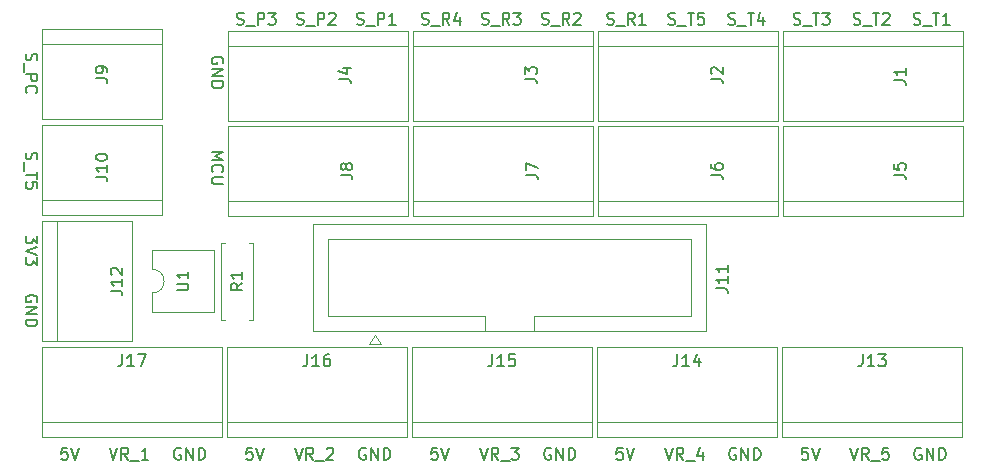
<source format=gbr>
%TF.GenerationSoftware,KiCad,Pcbnew,7.0.6*%
%TF.CreationDate,2023-09-19T17:15:07+08:00*%
%TF.ProjectId,ControlPanel_IO_Breakout,436f6e74-726f-46c5-9061-6e656c5f494f,0*%
%TF.SameCoordinates,Original*%
%TF.FileFunction,Legend,Top*%
%TF.FilePolarity,Positive*%
%FSLAX46Y46*%
G04 Gerber Fmt 4.6, Leading zero omitted, Abs format (unit mm)*
G04 Created by KiCad (PCBNEW 7.0.6) date 2023-09-19 17:15:07*
%MOMM*%
%LPD*%
G01*
G04 APERTURE LIST*
%ADD10C,0.150000*%
%ADD11C,0.120000*%
G04 APERTURE END LIST*
D10*
X12933426Y-65463119D02*
X12457236Y-65463119D01*
X12457236Y-65463119D02*
X12409617Y-65939309D01*
X12409617Y-65939309D02*
X12457236Y-65891690D01*
X12457236Y-65891690D02*
X12552474Y-65844071D01*
X12552474Y-65844071D02*
X12790569Y-65844071D01*
X12790569Y-65844071D02*
X12885807Y-65891690D01*
X12885807Y-65891690D02*
X12933426Y-65939309D01*
X12933426Y-65939309D02*
X12981045Y-66034547D01*
X12981045Y-66034547D02*
X12981045Y-66272642D01*
X12981045Y-66272642D02*
X12933426Y-66367880D01*
X12933426Y-66367880D02*
X12885807Y-66415500D01*
X12885807Y-66415500D02*
X12790569Y-66463119D01*
X12790569Y-66463119D02*
X12552474Y-66463119D01*
X12552474Y-66463119D02*
X12457236Y-66415500D01*
X12457236Y-66415500D02*
X12409617Y-66367880D01*
X13266760Y-65463119D02*
X13600093Y-66463119D01*
X13600093Y-66463119D02*
X13933426Y-65463119D01*
X-21897900Y-32084461D02*
X-21945519Y-32227318D01*
X-21945519Y-32227318D02*
X-21945519Y-32465413D01*
X-21945519Y-32465413D02*
X-21897900Y-32560651D01*
X-21897900Y-32560651D02*
X-21850280Y-32608270D01*
X-21850280Y-32608270D02*
X-21755042Y-32655889D01*
X-21755042Y-32655889D02*
X-21659804Y-32655889D01*
X-21659804Y-32655889D02*
X-21564566Y-32608270D01*
X-21564566Y-32608270D02*
X-21516947Y-32560651D01*
X-21516947Y-32560651D02*
X-21469328Y-32465413D01*
X-21469328Y-32465413D02*
X-21421709Y-32274937D01*
X-21421709Y-32274937D02*
X-21374090Y-32179699D01*
X-21374090Y-32179699D02*
X-21326471Y-32132080D01*
X-21326471Y-32132080D02*
X-21231233Y-32084461D01*
X-21231233Y-32084461D02*
X-21135995Y-32084461D01*
X-21135995Y-32084461D02*
X-21040757Y-32132080D01*
X-21040757Y-32132080D02*
X-20993138Y-32179699D01*
X-20993138Y-32179699D02*
X-20945519Y-32274937D01*
X-20945519Y-32274937D02*
X-20945519Y-32513032D01*
X-20945519Y-32513032D02*
X-20993138Y-32655889D01*
X-22040757Y-32846366D02*
X-22040757Y-33608270D01*
X-21945519Y-33846366D02*
X-20945519Y-33846366D01*
X-20945519Y-33846366D02*
X-20945519Y-34227318D01*
X-20945519Y-34227318D02*
X-20993138Y-34322556D01*
X-20993138Y-34322556D02*
X-21040757Y-34370175D01*
X-21040757Y-34370175D02*
X-21135995Y-34417794D01*
X-21135995Y-34417794D02*
X-21278852Y-34417794D01*
X-21278852Y-34417794D02*
X-21374090Y-34370175D01*
X-21374090Y-34370175D02*
X-21421709Y-34322556D01*
X-21421709Y-34322556D02*
X-21469328Y-34227318D01*
X-21469328Y-34227318D02*
X-21469328Y-33846366D01*
X-21850280Y-35417794D02*
X-21897900Y-35370175D01*
X-21897900Y-35370175D02*
X-21945519Y-35227318D01*
X-21945519Y-35227318D02*
X-21945519Y-35132080D01*
X-21945519Y-35132080D02*
X-21897900Y-34989223D01*
X-21897900Y-34989223D02*
X-21802661Y-34893985D01*
X-21802661Y-34893985D02*
X-21707423Y-34846366D01*
X-21707423Y-34846366D02*
X-21516947Y-34798747D01*
X-21516947Y-34798747D02*
X-21374090Y-34798747D01*
X-21374090Y-34798747D02*
X-21183614Y-34846366D01*
X-21183614Y-34846366D02*
X-21088376Y-34893985D01*
X-21088376Y-34893985D02*
X-20993138Y-34989223D01*
X-20993138Y-34989223D02*
X-20945519Y-35132080D01*
X-20945519Y-35132080D02*
X-20945519Y-35227318D01*
X-20945519Y-35227318D02*
X-20993138Y-35370175D01*
X-20993138Y-35370175D02*
X-21040757Y-35417794D01*
X43082974Y-29585499D02*
X43225831Y-29633118D01*
X43225831Y-29633118D02*
X43463926Y-29633118D01*
X43463926Y-29633118D02*
X43559164Y-29585499D01*
X43559164Y-29585499D02*
X43606783Y-29537879D01*
X43606783Y-29537879D02*
X43654402Y-29442641D01*
X43654402Y-29442641D02*
X43654402Y-29347403D01*
X43654402Y-29347403D02*
X43606783Y-29252165D01*
X43606783Y-29252165D02*
X43559164Y-29204546D01*
X43559164Y-29204546D02*
X43463926Y-29156927D01*
X43463926Y-29156927D02*
X43273450Y-29109308D01*
X43273450Y-29109308D02*
X43178212Y-29061689D01*
X43178212Y-29061689D02*
X43130593Y-29014070D01*
X43130593Y-29014070D02*
X43082974Y-28918832D01*
X43082974Y-28918832D02*
X43082974Y-28823594D01*
X43082974Y-28823594D02*
X43130593Y-28728356D01*
X43130593Y-28728356D02*
X43178212Y-28680737D01*
X43178212Y-28680737D02*
X43273450Y-28633118D01*
X43273450Y-28633118D02*
X43511545Y-28633118D01*
X43511545Y-28633118D02*
X43654402Y-28680737D01*
X43844879Y-29728356D02*
X44606783Y-29728356D01*
X44702022Y-28633118D02*
X45273450Y-28633118D01*
X44987736Y-29633118D02*
X44987736Y-28633118D01*
X45511546Y-28633118D02*
X46130593Y-28633118D01*
X46130593Y-28633118D02*
X45797260Y-29014070D01*
X45797260Y-29014070D02*
X45940117Y-29014070D01*
X45940117Y-29014070D02*
X46035355Y-29061689D01*
X46035355Y-29061689D02*
X46082974Y-29109308D01*
X46082974Y-29109308D02*
X46130593Y-29204546D01*
X46130593Y-29204546D02*
X46130593Y-29442641D01*
X46130593Y-29442641D02*
X46082974Y-29537879D01*
X46082974Y-29537879D02*
X46035355Y-29585499D01*
X46035355Y-29585499D02*
X45940117Y-29633118D01*
X45940117Y-29633118D02*
X45654403Y-29633118D01*
X45654403Y-29633118D02*
X45559165Y-29585499D01*
X45559165Y-29585499D02*
X45511546Y-29537879D01*
X21775927Y-29585501D02*
X21918784Y-29633120D01*
X21918784Y-29633120D02*
X22156879Y-29633120D01*
X22156879Y-29633120D02*
X22252117Y-29585501D01*
X22252117Y-29585501D02*
X22299736Y-29537881D01*
X22299736Y-29537881D02*
X22347355Y-29442643D01*
X22347355Y-29442643D02*
X22347355Y-29347405D01*
X22347355Y-29347405D02*
X22299736Y-29252167D01*
X22299736Y-29252167D02*
X22252117Y-29204548D01*
X22252117Y-29204548D02*
X22156879Y-29156929D01*
X22156879Y-29156929D02*
X21966403Y-29109310D01*
X21966403Y-29109310D02*
X21871165Y-29061691D01*
X21871165Y-29061691D02*
X21823546Y-29014072D01*
X21823546Y-29014072D02*
X21775927Y-28918834D01*
X21775927Y-28918834D02*
X21775927Y-28823596D01*
X21775927Y-28823596D02*
X21823546Y-28728358D01*
X21823546Y-28728358D02*
X21871165Y-28680739D01*
X21871165Y-28680739D02*
X21966403Y-28633120D01*
X21966403Y-28633120D02*
X22204498Y-28633120D01*
X22204498Y-28633120D02*
X22347355Y-28680739D01*
X22537832Y-29728358D02*
X23299736Y-29728358D01*
X24109260Y-29633120D02*
X23775927Y-29156929D01*
X23537832Y-29633120D02*
X23537832Y-28633120D01*
X23537832Y-28633120D02*
X23918784Y-28633120D01*
X23918784Y-28633120D02*
X24014022Y-28680739D01*
X24014022Y-28680739D02*
X24061641Y-28728358D01*
X24061641Y-28728358D02*
X24109260Y-28823596D01*
X24109260Y-28823596D02*
X24109260Y-28966453D01*
X24109260Y-28966453D02*
X24061641Y-29061691D01*
X24061641Y-29061691D02*
X24014022Y-29109310D01*
X24014022Y-29109310D02*
X23918784Y-29156929D01*
X23918784Y-29156929D02*
X23537832Y-29156929D01*
X24490213Y-28728358D02*
X24537832Y-28680739D01*
X24537832Y-28680739D02*
X24633070Y-28633120D01*
X24633070Y-28633120D02*
X24871165Y-28633120D01*
X24871165Y-28633120D02*
X24966403Y-28680739D01*
X24966403Y-28680739D02*
X25014022Y-28728358D01*
X25014022Y-28728358D02*
X25061641Y-28823596D01*
X25061641Y-28823596D02*
X25061641Y-28918834D01*
X25061641Y-28918834D02*
X25014022Y-29061691D01*
X25014022Y-29061691D02*
X24442594Y-29633120D01*
X24442594Y-29633120D02*
X25061641Y-29633120D01*
X1026326Y-29585499D02*
X1169183Y-29633118D01*
X1169183Y-29633118D02*
X1407278Y-29633118D01*
X1407278Y-29633118D02*
X1502516Y-29585499D01*
X1502516Y-29585499D02*
X1550135Y-29537879D01*
X1550135Y-29537879D02*
X1597754Y-29442641D01*
X1597754Y-29442641D02*
X1597754Y-29347403D01*
X1597754Y-29347403D02*
X1550135Y-29252165D01*
X1550135Y-29252165D02*
X1502516Y-29204546D01*
X1502516Y-29204546D02*
X1407278Y-29156927D01*
X1407278Y-29156927D02*
X1216802Y-29109308D01*
X1216802Y-29109308D02*
X1121564Y-29061689D01*
X1121564Y-29061689D02*
X1073945Y-29014070D01*
X1073945Y-29014070D02*
X1026326Y-28918832D01*
X1026326Y-28918832D02*
X1026326Y-28823594D01*
X1026326Y-28823594D02*
X1073945Y-28728356D01*
X1073945Y-28728356D02*
X1121564Y-28680737D01*
X1121564Y-28680737D02*
X1216802Y-28633118D01*
X1216802Y-28633118D02*
X1454897Y-28633118D01*
X1454897Y-28633118D02*
X1597754Y-28680737D01*
X1788231Y-29728356D02*
X2550135Y-29728356D01*
X2788231Y-29633118D02*
X2788231Y-28633118D01*
X2788231Y-28633118D02*
X3169183Y-28633118D01*
X3169183Y-28633118D02*
X3264421Y-28680737D01*
X3264421Y-28680737D02*
X3312040Y-28728356D01*
X3312040Y-28728356D02*
X3359659Y-28823594D01*
X3359659Y-28823594D02*
X3359659Y-28966451D01*
X3359659Y-28966451D02*
X3312040Y-29061689D01*
X3312040Y-29061689D02*
X3264421Y-29109308D01*
X3264421Y-29109308D02*
X3169183Y-29156927D01*
X3169183Y-29156927D02*
X2788231Y-29156927D01*
X3740612Y-28728356D02*
X3788231Y-28680737D01*
X3788231Y-28680737D02*
X3883469Y-28633118D01*
X3883469Y-28633118D02*
X4121564Y-28633118D01*
X4121564Y-28633118D02*
X4216802Y-28680737D01*
X4216802Y-28680737D02*
X4264421Y-28728356D01*
X4264421Y-28728356D02*
X4312040Y-28823594D01*
X4312040Y-28823594D02*
X4312040Y-28918832D01*
X4312040Y-28918832D02*
X4264421Y-29061689D01*
X4264421Y-29061689D02*
X3692993Y-29633118D01*
X3692993Y-29633118D02*
X4312040Y-29633118D01*
X-14830173Y-65463120D02*
X-14496840Y-66463120D01*
X-14496840Y-66463120D02*
X-14163507Y-65463120D01*
X-13258745Y-66463120D02*
X-13592078Y-65986929D01*
X-13830173Y-66463120D02*
X-13830173Y-65463120D01*
X-13830173Y-65463120D02*
X-13449221Y-65463120D01*
X-13449221Y-65463120D02*
X-13353983Y-65510739D01*
X-13353983Y-65510739D02*
X-13306364Y-65558358D01*
X-13306364Y-65558358D02*
X-13258745Y-65653596D01*
X-13258745Y-65653596D02*
X-13258745Y-65796453D01*
X-13258745Y-65796453D02*
X-13306364Y-65891691D01*
X-13306364Y-65891691D02*
X-13353983Y-65939310D01*
X-13353983Y-65939310D02*
X-13449221Y-65986929D01*
X-13449221Y-65986929D02*
X-13830173Y-65986929D01*
X-13068269Y-66558358D02*
X-12306364Y-66558358D01*
X-11544459Y-66463120D02*
X-12115887Y-66463120D01*
X-11830173Y-66463120D02*
X-11830173Y-65463120D01*
X-11830173Y-65463120D02*
X-11925411Y-65605977D01*
X-11925411Y-65605977D02*
X-12020649Y-65701215D01*
X-12020649Y-65701215D02*
X-12115887Y-65748834D01*
X37566774Y-29585499D02*
X37709631Y-29633118D01*
X37709631Y-29633118D02*
X37947726Y-29633118D01*
X37947726Y-29633118D02*
X38042964Y-29585499D01*
X38042964Y-29585499D02*
X38090583Y-29537879D01*
X38090583Y-29537879D02*
X38138202Y-29442641D01*
X38138202Y-29442641D02*
X38138202Y-29347403D01*
X38138202Y-29347403D02*
X38090583Y-29252165D01*
X38090583Y-29252165D02*
X38042964Y-29204546D01*
X38042964Y-29204546D02*
X37947726Y-29156927D01*
X37947726Y-29156927D02*
X37757250Y-29109308D01*
X37757250Y-29109308D02*
X37662012Y-29061689D01*
X37662012Y-29061689D02*
X37614393Y-29014070D01*
X37614393Y-29014070D02*
X37566774Y-28918832D01*
X37566774Y-28918832D02*
X37566774Y-28823594D01*
X37566774Y-28823594D02*
X37614393Y-28728356D01*
X37614393Y-28728356D02*
X37662012Y-28680737D01*
X37662012Y-28680737D02*
X37757250Y-28633118D01*
X37757250Y-28633118D02*
X37995345Y-28633118D01*
X37995345Y-28633118D02*
X38138202Y-28680737D01*
X38328679Y-29728356D02*
X39090583Y-29728356D01*
X39185822Y-28633118D02*
X39757250Y-28633118D01*
X39471536Y-29633118D02*
X39471536Y-28633118D01*
X40519155Y-28966451D02*
X40519155Y-29633118D01*
X40281060Y-28585499D02*
X40042965Y-29299784D01*
X40042965Y-29299784D02*
X40662012Y-29299784D01*
X-8821602Y-65510737D02*
X-8916840Y-65463118D01*
X-8916840Y-65463118D02*
X-9059697Y-65463118D01*
X-9059697Y-65463118D02*
X-9202554Y-65510737D01*
X-9202554Y-65510737D02*
X-9297792Y-65605975D01*
X-9297792Y-65605975D02*
X-9345411Y-65701213D01*
X-9345411Y-65701213D02*
X-9393030Y-65891689D01*
X-9393030Y-65891689D02*
X-9393030Y-66034546D01*
X-9393030Y-66034546D02*
X-9345411Y-66225022D01*
X-9345411Y-66225022D02*
X-9297792Y-66320260D01*
X-9297792Y-66320260D02*
X-9202554Y-66415499D01*
X-9202554Y-66415499D02*
X-9059697Y-66463118D01*
X-9059697Y-66463118D02*
X-8964459Y-66463118D01*
X-8964459Y-66463118D02*
X-8821602Y-66415499D01*
X-8821602Y-66415499D02*
X-8773983Y-66367879D01*
X-8773983Y-66367879D02*
X-8773983Y-66034546D01*
X-8773983Y-66034546D02*
X-8964459Y-66034546D01*
X-8345411Y-66463118D02*
X-8345411Y-65463118D01*
X-8345411Y-65463118D02*
X-7773983Y-66463118D01*
X-7773983Y-66463118D02*
X-7773983Y-65463118D01*
X-7297792Y-66463118D02*
X-7297792Y-65463118D01*
X-7297792Y-65463118D02*
X-7059697Y-65463118D01*
X-7059697Y-65463118D02*
X-6916840Y-65510737D01*
X-6916840Y-65510737D02*
X-6821602Y-65605975D01*
X-6821602Y-65605975D02*
X-6773983Y-65701213D01*
X-6773983Y-65701213D02*
X-6726364Y-65891689D01*
X-6726364Y-65891689D02*
X-6726364Y-66034546D01*
X-6726364Y-66034546D02*
X-6773983Y-66225022D01*
X-6773983Y-66225022D02*
X-6821602Y-66320260D01*
X-6821602Y-66320260D02*
X-6916840Y-66415499D01*
X-6916840Y-66415499D02*
X-7059697Y-66463118D01*
X-7059697Y-66463118D02*
X-7297792Y-66463118D01*
X11615926Y-29585499D02*
X11758783Y-29633118D01*
X11758783Y-29633118D02*
X11996878Y-29633118D01*
X11996878Y-29633118D02*
X12092116Y-29585499D01*
X12092116Y-29585499D02*
X12139735Y-29537879D01*
X12139735Y-29537879D02*
X12187354Y-29442641D01*
X12187354Y-29442641D02*
X12187354Y-29347403D01*
X12187354Y-29347403D02*
X12139735Y-29252165D01*
X12139735Y-29252165D02*
X12092116Y-29204546D01*
X12092116Y-29204546D02*
X11996878Y-29156927D01*
X11996878Y-29156927D02*
X11806402Y-29109308D01*
X11806402Y-29109308D02*
X11711164Y-29061689D01*
X11711164Y-29061689D02*
X11663545Y-29014070D01*
X11663545Y-29014070D02*
X11615926Y-28918832D01*
X11615926Y-28918832D02*
X11615926Y-28823594D01*
X11615926Y-28823594D02*
X11663545Y-28728356D01*
X11663545Y-28728356D02*
X11711164Y-28680737D01*
X11711164Y-28680737D02*
X11806402Y-28633118D01*
X11806402Y-28633118D02*
X12044497Y-28633118D01*
X12044497Y-28633118D02*
X12187354Y-28680737D01*
X12377831Y-29728356D02*
X13139735Y-29728356D01*
X13949259Y-29633118D02*
X13615926Y-29156927D01*
X13377831Y-29633118D02*
X13377831Y-28633118D01*
X13377831Y-28633118D02*
X13758783Y-28633118D01*
X13758783Y-28633118D02*
X13854021Y-28680737D01*
X13854021Y-28680737D02*
X13901640Y-28728356D01*
X13901640Y-28728356D02*
X13949259Y-28823594D01*
X13949259Y-28823594D02*
X13949259Y-28966451D01*
X13949259Y-28966451D02*
X13901640Y-29061689D01*
X13901640Y-29061689D02*
X13854021Y-29109308D01*
X13854021Y-29109308D02*
X13758783Y-29156927D01*
X13758783Y-29156927D02*
X13377831Y-29156927D01*
X14806402Y-28966451D02*
X14806402Y-29633118D01*
X14568307Y-28585499D02*
X14330212Y-29299784D01*
X14330212Y-29299784D02*
X14949259Y-29299784D01*
X6106326Y-29585499D02*
X6249183Y-29633118D01*
X6249183Y-29633118D02*
X6487278Y-29633118D01*
X6487278Y-29633118D02*
X6582516Y-29585499D01*
X6582516Y-29585499D02*
X6630135Y-29537879D01*
X6630135Y-29537879D02*
X6677754Y-29442641D01*
X6677754Y-29442641D02*
X6677754Y-29347403D01*
X6677754Y-29347403D02*
X6630135Y-29252165D01*
X6630135Y-29252165D02*
X6582516Y-29204546D01*
X6582516Y-29204546D02*
X6487278Y-29156927D01*
X6487278Y-29156927D02*
X6296802Y-29109308D01*
X6296802Y-29109308D02*
X6201564Y-29061689D01*
X6201564Y-29061689D02*
X6153945Y-29014070D01*
X6153945Y-29014070D02*
X6106326Y-28918832D01*
X6106326Y-28918832D02*
X6106326Y-28823594D01*
X6106326Y-28823594D02*
X6153945Y-28728356D01*
X6153945Y-28728356D02*
X6201564Y-28680737D01*
X6201564Y-28680737D02*
X6296802Y-28633118D01*
X6296802Y-28633118D02*
X6534897Y-28633118D01*
X6534897Y-28633118D02*
X6677754Y-28680737D01*
X6868231Y-29728356D02*
X7630135Y-29728356D01*
X7868231Y-29633118D02*
X7868231Y-28633118D01*
X7868231Y-28633118D02*
X8249183Y-28633118D01*
X8249183Y-28633118D02*
X8344421Y-28680737D01*
X8344421Y-28680737D02*
X8392040Y-28728356D01*
X8392040Y-28728356D02*
X8439659Y-28823594D01*
X8439659Y-28823594D02*
X8439659Y-28966451D01*
X8439659Y-28966451D02*
X8392040Y-29061689D01*
X8392040Y-29061689D02*
X8344421Y-29109308D01*
X8344421Y-29109308D02*
X8249183Y-29156927D01*
X8249183Y-29156927D02*
X7868231Y-29156927D01*
X9392040Y-29633118D02*
X8820612Y-29633118D01*
X9106326Y-29633118D02*
X9106326Y-28633118D01*
X9106326Y-28633118D02*
X9011088Y-28775975D01*
X9011088Y-28775975D02*
X8915850Y-28871213D01*
X8915850Y-28871213D02*
X8820612Y-28918832D01*
X-18410174Y-65463117D02*
X-18886364Y-65463117D01*
X-18886364Y-65463117D02*
X-18933983Y-65939307D01*
X-18933983Y-65939307D02*
X-18886364Y-65891688D01*
X-18886364Y-65891688D02*
X-18791126Y-65844069D01*
X-18791126Y-65844069D02*
X-18553031Y-65844069D01*
X-18553031Y-65844069D02*
X-18457793Y-65891688D01*
X-18457793Y-65891688D02*
X-18410174Y-65939307D01*
X-18410174Y-65939307D02*
X-18362555Y-66034545D01*
X-18362555Y-66034545D02*
X-18362555Y-66272640D01*
X-18362555Y-66272640D02*
X-18410174Y-66367878D01*
X-18410174Y-66367878D02*
X-18457793Y-66415498D01*
X-18457793Y-66415498D02*
X-18553031Y-66463117D01*
X-18553031Y-66463117D02*
X-18791126Y-66463117D01*
X-18791126Y-66463117D02*
X-18886364Y-66415498D01*
X-18886364Y-66415498D02*
X-18933983Y-66367878D01*
X-18076840Y-65463117D02*
X-17743507Y-66463117D01*
X-17743507Y-66463117D02*
X-17410174Y-65463117D01*
X16513425Y-65463119D02*
X16846758Y-66463119D01*
X16846758Y-66463119D02*
X17180091Y-65463119D01*
X18084853Y-66463119D02*
X17751520Y-65986928D01*
X17513425Y-66463119D02*
X17513425Y-65463119D01*
X17513425Y-65463119D02*
X17894377Y-65463119D01*
X17894377Y-65463119D02*
X17989615Y-65510738D01*
X17989615Y-65510738D02*
X18037234Y-65558357D01*
X18037234Y-65558357D02*
X18084853Y-65653595D01*
X18084853Y-65653595D02*
X18084853Y-65796452D01*
X18084853Y-65796452D02*
X18037234Y-65891690D01*
X18037234Y-65891690D02*
X17989615Y-65939309D01*
X17989615Y-65939309D02*
X17894377Y-65986928D01*
X17894377Y-65986928D02*
X17513425Y-65986928D01*
X18275330Y-66558357D02*
X19037234Y-66558357D01*
X19180092Y-65463119D02*
X19799139Y-65463119D01*
X19799139Y-65463119D02*
X19465806Y-65844071D01*
X19465806Y-65844071D02*
X19608663Y-65844071D01*
X19608663Y-65844071D02*
X19703901Y-65891690D01*
X19703901Y-65891690D02*
X19751520Y-65939309D01*
X19751520Y-65939309D02*
X19799139Y-66034547D01*
X19799139Y-66034547D02*
X19799139Y-66272642D01*
X19799139Y-66272642D02*
X19751520Y-66367880D01*
X19751520Y-66367880D02*
X19703901Y-66415500D01*
X19703901Y-66415500D02*
X19608663Y-66463119D01*
X19608663Y-66463119D02*
X19322949Y-66463119D01*
X19322949Y-66463119D02*
X19227711Y-66415500D01*
X19227711Y-66415500D02*
X19180092Y-66367880D01*
X32486774Y-29585499D02*
X32629631Y-29633118D01*
X32629631Y-29633118D02*
X32867726Y-29633118D01*
X32867726Y-29633118D02*
X32962964Y-29585499D01*
X32962964Y-29585499D02*
X33010583Y-29537879D01*
X33010583Y-29537879D02*
X33058202Y-29442641D01*
X33058202Y-29442641D02*
X33058202Y-29347403D01*
X33058202Y-29347403D02*
X33010583Y-29252165D01*
X33010583Y-29252165D02*
X32962964Y-29204546D01*
X32962964Y-29204546D02*
X32867726Y-29156927D01*
X32867726Y-29156927D02*
X32677250Y-29109308D01*
X32677250Y-29109308D02*
X32582012Y-29061689D01*
X32582012Y-29061689D02*
X32534393Y-29014070D01*
X32534393Y-29014070D02*
X32486774Y-28918832D01*
X32486774Y-28918832D02*
X32486774Y-28823594D01*
X32486774Y-28823594D02*
X32534393Y-28728356D01*
X32534393Y-28728356D02*
X32582012Y-28680737D01*
X32582012Y-28680737D02*
X32677250Y-28633118D01*
X32677250Y-28633118D02*
X32915345Y-28633118D01*
X32915345Y-28633118D02*
X33058202Y-28680737D01*
X33248679Y-29728356D02*
X34010583Y-29728356D01*
X34105822Y-28633118D02*
X34677250Y-28633118D01*
X34391536Y-29633118D02*
X34391536Y-28633118D01*
X35486774Y-28633118D02*
X35010584Y-28633118D01*
X35010584Y-28633118D02*
X34962965Y-29109308D01*
X34962965Y-29109308D02*
X35010584Y-29061689D01*
X35010584Y-29061689D02*
X35105822Y-29014070D01*
X35105822Y-29014070D02*
X35343917Y-29014070D01*
X35343917Y-29014070D02*
X35439155Y-29061689D01*
X35439155Y-29061689D02*
X35486774Y-29109308D01*
X35486774Y-29109308D02*
X35534393Y-29204546D01*
X35534393Y-29204546D02*
X35534393Y-29442641D01*
X35534393Y-29442641D02*
X35486774Y-29537879D01*
X35486774Y-29537879D02*
X35439155Y-29585499D01*
X35439155Y-29585499D02*
X35343917Y-29633118D01*
X35343917Y-29633118D02*
X35105822Y-29633118D01*
X35105822Y-29633118D02*
X35010584Y-29585499D01*
X35010584Y-29585499D02*
X34962965Y-29537879D01*
X6850196Y-65510737D02*
X6754958Y-65463118D01*
X6754958Y-65463118D02*
X6612101Y-65463118D01*
X6612101Y-65463118D02*
X6469244Y-65510737D01*
X6469244Y-65510737D02*
X6374006Y-65605975D01*
X6374006Y-65605975D02*
X6326387Y-65701213D01*
X6326387Y-65701213D02*
X6278768Y-65891689D01*
X6278768Y-65891689D02*
X6278768Y-66034546D01*
X6278768Y-66034546D02*
X6326387Y-66225022D01*
X6326387Y-66225022D02*
X6374006Y-66320260D01*
X6374006Y-66320260D02*
X6469244Y-66415499D01*
X6469244Y-66415499D02*
X6612101Y-66463118D01*
X6612101Y-66463118D02*
X6707339Y-66463118D01*
X6707339Y-66463118D02*
X6850196Y-66415499D01*
X6850196Y-66415499D02*
X6897815Y-66367879D01*
X6897815Y-66367879D02*
X6897815Y-66034546D01*
X6897815Y-66034546D02*
X6707339Y-66034546D01*
X7326387Y-66463118D02*
X7326387Y-65463118D01*
X7326387Y-65463118D02*
X7897815Y-66463118D01*
X7897815Y-66463118D02*
X7897815Y-65463118D01*
X8374006Y-66463118D02*
X8374006Y-65463118D01*
X8374006Y-65463118D02*
X8612101Y-65463118D01*
X8612101Y-65463118D02*
X8754958Y-65510737D01*
X8754958Y-65510737D02*
X8850196Y-65605975D01*
X8850196Y-65605975D02*
X8897815Y-65701213D01*
X8897815Y-65701213D02*
X8945434Y-65891689D01*
X8945434Y-65891689D02*
X8945434Y-66034546D01*
X8945434Y-66034546D02*
X8897815Y-66225022D01*
X8897815Y-66225022D02*
X8850196Y-66320260D01*
X8850196Y-66320260D02*
X8754958Y-66415499D01*
X8754958Y-66415499D02*
X8612101Y-66463118D01*
X8612101Y-66463118D02*
X8374006Y-66463118D01*
X-6197519Y-40378651D02*
X-5197519Y-40378651D01*
X-5197519Y-40378651D02*
X-5911804Y-40711984D01*
X-5911804Y-40711984D02*
X-5197519Y-41045317D01*
X-5197519Y-41045317D02*
X-6197519Y-41045317D01*
X-6102280Y-42092936D02*
X-6149900Y-42045317D01*
X-6149900Y-42045317D02*
X-6197519Y-41902460D01*
X-6197519Y-41902460D02*
X-6197519Y-41807222D01*
X-6197519Y-41807222D02*
X-6149900Y-41664365D01*
X-6149900Y-41664365D02*
X-6054661Y-41569127D01*
X-6054661Y-41569127D02*
X-5959423Y-41521508D01*
X-5959423Y-41521508D02*
X-5768947Y-41473889D01*
X-5768947Y-41473889D02*
X-5626090Y-41473889D01*
X-5626090Y-41473889D02*
X-5435614Y-41521508D01*
X-5435614Y-41521508D02*
X-5340376Y-41569127D01*
X-5340376Y-41569127D02*
X-5245138Y-41664365D01*
X-5245138Y-41664365D02*
X-5197519Y-41807222D01*
X-5197519Y-41807222D02*
X-5197519Y-41902460D01*
X-5197519Y-41902460D02*
X-5245138Y-42045317D01*
X-5245138Y-42045317D02*
X-5292757Y-42092936D01*
X-5197519Y-42521508D02*
X-6007042Y-42521508D01*
X-6007042Y-42521508D02*
X-6102280Y-42569127D01*
X-6102280Y-42569127D02*
X-6149900Y-42616746D01*
X-6149900Y-42616746D02*
X-6197519Y-42711984D01*
X-6197519Y-42711984D02*
X-6197519Y-42902460D01*
X-6197519Y-42902460D02*
X-6149900Y-42997698D01*
X-6149900Y-42997698D02*
X-6102280Y-43045317D01*
X-6102280Y-43045317D02*
X-6007042Y-43092936D01*
X-6007042Y-43092936D02*
X-5197519Y-43092936D01*
X32185225Y-65463119D02*
X32518558Y-66463119D01*
X32518558Y-66463119D02*
X32851891Y-65463119D01*
X33756653Y-66463119D02*
X33423320Y-65986928D01*
X33185225Y-66463119D02*
X33185225Y-65463119D01*
X33185225Y-65463119D02*
X33566177Y-65463119D01*
X33566177Y-65463119D02*
X33661415Y-65510738D01*
X33661415Y-65510738D02*
X33709034Y-65558357D01*
X33709034Y-65558357D02*
X33756653Y-65653595D01*
X33756653Y-65653595D02*
X33756653Y-65796452D01*
X33756653Y-65796452D02*
X33709034Y-65891690D01*
X33709034Y-65891690D02*
X33661415Y-65939309D01*
X33661415Y-65939309D02*
X33566177Y-65986928D01*
X33566177Y-65986928D02*
X33185225Y-65986928D01*
X33947130Y-66558357D02*
X34709034Y-66558357D01*
X35375701Y-65796452D02*
X35375701Y-66463119D01*
X35137606Y-65415500D02*
X34899511Y-66129785D01*
X34899511Y-66129785D02*
X35518558Y-66129785D01*
X-4053673Y-29585499D02*
X-3910816Y-29633118D01*
X-3910816Y-29633118D02*
X-3672721Y-29633118D01*
X-3672721Y-29633118D02*
X-3577483Y-29585499D01*
X-3577483Y-29585499D02*
X-3529864Y-29537879D01*
X-3529864Y-29537879D02*
X-3482245Y-29442641D01*
X-3482245Y-29442641D02*
X-3482245Y-29347403D01*
X-3482245Y-29347403D02*
X-3529864Y-29252165D01*
X-3529864Y-29252165D02*
X-3577483Y-29204546D01*
X-3577483Y-29204546D02*
X-3672721Y-29156927D01*
X-3672721Y-29156927D02*
X-3863197Y-29109308D01*
X-3863197Y-29109308D02*
X-3958435Y-29061689D01*
X-3958435Y-29061689D02*
X-4006054Y-29014070D01*
X-4006054Y-29014070D02*
X-4053673Y-28918832D01*
X-4053673Y-28918832D02*
X-4053673Y-28823594D01*
X-4053673Y-28823594D02*
X-4006054Y-28728356D01*
X-4006054Y-28728356D02*
X-3958435Y-28680737D01*
X-3958435Y-28680737D02*
X-3863197Y-28633118D01*
X-3863197Y-28633118D02*
X-3625102Y-28633118D01*
X-3625102Y-28633118D02*
X-3482245Y-28680737D01*
X-3291769Y-29728356D02*
X-2529864Y-29728356D01*
X-2291768Y-29633118D02*
X-2291768Y-28633118D01*
X-2291768Y-28633118D02*
X-1910816Y-28633118D01*
X-1910816Y-28633118D02*
X-1815578Y-28680737D01*
X-1815578Y-28680737D02*
X-1767959Y-28728356D01*
X-1767959Y-28728356D02*
X-1720340Y-28823594D01*
X-1720340Y-28823594D02*
X-1720340Y-28966451D01*
X-1720340Y-28966451D02*
X-1767959Y-29061689D01*
X-1767959Y-29061689D02*
X-1815578Y-29109308D01*
X-1815578Y-29109308D02*
X-1910816Y-29156927D01*
X-1910816Y-29156927D02*
X-2291768Y-29156927D01*
X-1387006Y-28633118D02*
X-767959Y-28633118D01*
X-767959Y-28633118D02*
X-1101292Y-29014070D01*
X-1101292Y-29014070D02*
X-958435Y-29014070D01*
X-958435Y-29014070D02*
X-863197Y-29061689D01*
X-863197Y-29061689D02*
X-815578Y-29109308D01*
X-815578Y-29109308D02*
X-767959Y-29204546D01*
X-767959Y-29204546D02*
X-767959Y-29442641D01*
X-767959Y-29442641D02*
X-815578Y-29537879D01*
X-815578Y-29537879D02*
X-863197Y-29585499D01*
X-863197Y-29585499D02*
X-958435Y-29633118D01*
X-958435Y-29633118D02*
X-1244149Y-29633118D01*
X-1244149Y-29633118D02*
X-1339387Y-29585499D01*
X-1339387Y-29585499D02*
X-1387006Y-29537879D01*
X-5245138Y-32909887D02*
X-5197519Y-32814649D01*
X-5197519Y-32814649D02*
X-5197519Y-32671792D01*
X-5197519Y-32671792D02*
X-5245138Y-32528935D01*
X-5245138Y-32528935D02*
X-5340376Y-32433697D01*
X-5340376Y-32433697D02*
X-5435614Y-32386078D01*
X-5435614Y-32386078D02*
X-5626090Y-32338459D01*
X-5626090Y-32338459D02*
X-5768947Y-32338459D01*
X-5768947Y-32338459D02*
X-5959423Y-32386078D01*
X-5959423Y-32386078D02*
X-6054661Y-32433697D01*
X-6054661Y-32433697D02*
X-6149900Y-32528935D01*
X-6149900Y-32528935D02*
X-6197519Y-32671792D01*
X-6197519Y-32671792D02*
X-6197519Y-32767030D01*
X-6197519Y-32767030D02*
X-6149900Y-32909887D01*
X-6149900Y-32909887D02*
X-6102280Y-32957506D01*
X-6102280Y-32957506D02*
X-5768947Y-32957506D01*
X-5768947Y-32957506D02*
X-5768947Y-32767030D01*
X-6197519Y-33386078D02*
X-5197519Y-33386078D01*
X-5197519Y-33386078D02*
X-6197519Y-33957506D01*
X-6197519Y-33957506D02*
X-5197519Y-33957506D01*
X-6197519Y-34433697D02*
X-5197519Y-34433697D01*
X-5197519Y-34433697D02*
X-5197519Y-34671792D01*
X-5197519Y-34671792D02*
X-5245138Y-34814649D01*
X-5245138Y-34814649D02*
X-5340376Y-34909887D01*
X-5340376Y-34909887D02*
X-5435614Y-34957506D01*
X-5435614Y-34957506D02*
X-5626090Y-35005125D01*
X-5626090Y-35005125D02*
X-5768947Y-35005125D01*
X-5768947Y-35005125D02*
X-5959423Y-34957506D01*
X-5959423Y-34957506D02*
X-6054661Y-34909887D01*
X-6054661Y-34909887D02*
X-6149900Y-34814649D01*
X-6149900Y-34814649D02*
X-6197519Y-34671792D01*
X-6197519Y-34671792D02*
X-6197519Y-34433697D01*
X28605226Y-65463118D02*
X28129036Y-65463118D01*
X28129036Y-65463118D02*
X28081417Y-65939308D01*
X28081417Y-65939308D02*
X28129036Y-65891689D01*
X28129036Y-65891689D02*
X28224274Y-65844070D01*
X28224274Y-65844070D02*
X28462369Y-65844070D01*
X28462369Y-65844070D02*
X28557607Y-65891689D01*
X28557607Y-65891689D02*
X28605226Y-65939308D01*
X28605226Y-65939308D02*
X28652845Y-66034546D01*
X28652845Y-66034546D02*
X28652845Y-66272641D01*
X28652845Y-66272641D02*
X28605226Y-66367879D01*
X28605226Y-66367879D02*
X28557607Y-66415499D01*
X28557607Y-66415499D02*
X28462369Y-66463118D01*
X28462369Y-66463118D02*
X28224274Y-66463118D01*
X28224274Y-66463118D02*
X28129036Y-66415499D01*
X28129036Y-66415499D02*
X28081417Y-66367879D01*
X28938560Y-65463118D02*
X29271893Y-66463118D01*
X29271893Y-66463118D02*
X29605226Y-65463118D01*
X48162974Y-29585499D02*
X48305831Y-29633118D01*
X48305831Y-29633118D02*
X48543926Y-29633118D01*
X48543926Y-29633118D02*
X48639164Y-29585499D01*
X48639164Y-29585499D02*
X48686783Y-29537879D01*
X48686783Y-29537879D02*
X48734402Y-29442641D01*
X48734402Y-29442641D02*
X48734402Y-29347403D01*
X48734402Y-29347403D02*
X48686783Y-29252165D01*
X48686783Y-29252165D02*
X48639164Y-29204546D01*
X48639164Y-29204546D02*
X48543926Y-29156927D01*
X48543926Y-29156927D02*
X48353450Y-29109308D01*
X48353450Y-29109308D02*
X48258212Y-29061689D01*
X48258212Y-29061689D02*
X48210593Y-29014070D01*
X48210593Y-29014070D02*
X48162974Y-28918832D01*
X48162974Y-28918832D02*
X48162974Y-28823594D01*
X48162974Y-28823594D02*
X48210593Y-28728356D01*
X48210593Y-28728356D02*
X48258212Y-28680737D01*
X48258212Y-28680737D02*
X48353450Y-28633118D01*
X48353450Y-28633118D02*
X48591545Y-28633118D01*
X48591545Y-28633118D02*
X48734402Y-28680737D01*
X48924879Y-29728356D02*
X49686783Y-29728356D01*
X49782022Y-28633118D02*
X50353450Y-28633118D01*
X50067736Y-29633118D02*
X50067736Y-28633118D01*
X50639165Y-28728356D02*
X50686784Y-28680737D01*
X50686784Y-28680737D02*
X50782022Y-28633118D01*
X50782022Y-28633118D02*
X51020117Y-28633118D01*
X51020117Y-28633118D02*
X51115355Y-28680737D01*
X51115355Y-28680737D02*
X51162974Y-28728356D01*
X51162974Y-28728356D02*
X51210593Y-28823594D01*
X51210593Y-28823594D02*
X51210593Y-28918832D01*
X51210593Y-28918832D02*
X51162974Y-29061689D01*
X51162974Y-29061689D02*
X50591546Y-29633118D01*
X50591546Y-29633118D02*
X51210593Y-29633118D01*
X-20945518Y-47530841D02*
X-20945518Y-48149888D01*
X-20945518Y-48149888D02*
X-21326470Y-47816555D01*
X-21326470Y-47816555D02*
X-21326470Y-47959412D01*
X-21326470Y-47959412D02*
X-21374089Y-48054650D01*
X-21374089Y-48054650D02*
X-21421708Y-48102269D01*
X-21421708Y-48102269D02*
X-21516946Y-48149888D01*
X-21516946Y-48149888D02*
X-21755041Y-48149888D01*
X-21755041Y-48149888D02*
X-21850279Y-48102269D01*
X-21850279Y-48102269D02*
X-21897899Y-48054650D01*
X-21897899Y-48054650D02*
X-21945518Y-47959412D01*
X-21945518Y-47959412D02*
X-21945518Y-47673698D01*
X-21945518Y-47673698D02*
X-21897899Y-47578460D01*
X-21897899Y-47578460D02*
X-21850279Y-47530841D01*
X-20945518Y-48435603D02*
X-21945518Y-48768936D01*
X-21945518Y-48768936D02*
X-20945518Y-49102269D01*
X-20945518Y-49340365D02*
X-20945518Y-49959412D01*
X-20945518Y-49959412D02*
X-21326470Y-49626079D01*
X-21326470Y-49626079D02*
X-21326470Y-49768936D01*
X-21326470Y-49768936D02*
X-21374089Y-49864174D01*
X-21374089Y-49864174D02*
X-21421708Y-49911793D01*
X-21421708Y-49911793D02*
X-21516946Y-49959412D01*
X-21516946Y-49959412D02*
X-21755041Y-49959412D01*
X-21755041Y-49959412D02*
X-21850279Y-49911793D01*
X-21850279Y-49911793D02*
X-21897899Y-49864174D01*
X-21897899Y-49864174D02*
X-21945518Y-49768936D01*
X-21945518Y-49768936D02*
X-21945518Y-49483222D01*
X-21945518Y-49483222D02*
X-21897899Y-49387984D01*
X-21897899Y-49387984D02*
X-21850279Y-49340365D01*
X47861425Y-65463117D02*
X48194758Y-66463117D01*
X48194758Y-66463117D02*
X48528091Y-65463117D01*
X49432853Y-66463117D02*
X49099520Y-65986926D01*
X48861425Y-66463117D02*
X48861425Y-65463117D01*
X48861425Y-65463117D02*
X49242377Y-65463117D01*
X49242377Y-65463117D02*
X49337615Y-65510736D01*
X49337615Y-65510736D02*
X49385234Y-65558355D01*
X49385234Y-65558355D02*
X49432853Y-65653593D01*
X49432853Y-65653593D02*
X49432853Y-65796450D01*
X49432853Y-65796450D02*
X49385234Y-65891688D01*
X49385234Y-65891688D02*
X49337615Y-65939307D01*
X49337615Y-65939307D02*
X49242377Y-65986926D01*
X49242377Y-65986926D02*
X48861425Y-65986926D01*
X49623330Y-66558355D02*
X50385234Y-66558355D01*
X51099520Y-65463117D02*
X50623330Y-65463117D01*
X50623330Y-65463117D02*
X50575711Y-65939307D01*
X50575711Y-65939307D02*
X50623330Y-65891688D01*
X50623330Y-65891688D02*
X50718568Y-65844069D01*
X50718568Y-65844069D02*
X50956663Y-65844069D01*
X50956663Y-65844069D02*
X51051901Y-65891688D01*
X51051901Y-65891688D02*
X51099520Y-65939307D01*
X51099520Y-65939307D02*
X51147139Y-66034545D01*
X51147139Y-66034545D02*
X51147139Y-66272640D01*
X51147139Y-66272640D02*
X51099520Y-66367878D01*
X51099520Y-66367878D02*
X51051901Y-66415498D01*
X51051901Y-66415498D02*
X50956663Y-66463117D01*
X50956663Y-66463117D02*
X50718568Y-66463117D01*
X50718568Y-66463117D02*
X50623330Y-66415498D01*
X50623330Y-66415498D02*
X50575711Y-66367878D01*
X53869996Y-65510739D02*
X53774758Y-65463120D01*
X53774758Y-65463120D02*
X53631901Y-65463120D01*
X53631901Y-65463120D02*
X53489044Y-65510739D01*
X53489044Y-65510739D02*
X53393806Y-65605977D01*
X53393806Y-65605977D02*
X53346187Y-65701215D01*
X53346187Y-65701215D02*
X53298568Y-65891691D01*
X53298568Y-65891691D02*
X53298568Y-66034548D01*
X53298568Y-66034548D02*
X53346187Y-66225024D01*
X53346187Y-66225024D02*
X53393806Y-66320262D01*
X53393806Y-66320262D02*
X53489044Y-66415501D01*
X53489044Y-66415501D02*
X53631901Y-66463120D01*
X53631901Y-66463120D02*
X53727139Y-66463120D01*
X53727139Y-66463120D02*
X53869996Y-66415501D01*
X53869996Y-66415501D02*
X53917615Y-66367881D01*
X53917615Y-66367881D02*
X53917615Y-66034548D01*
X53917615Y-66034548D02*
X53727139Y-66034548D01*
X54346187Y-66463120D02*
X54346187Y-65463120D01*
X54346187Y-65463120D02*
X54917615Y-66463120D01*
X54917615Y-66463120D02*
X54917615Y-65463120D01*
X55393806Y-66463120D02*
X55393806Y-65463120D01*
X55393806Y-65463120D02*
X55631901Y-65463120D01*
X55631901Y-65463120D02*
X55774758Y-65510739D01*
X55774758Y-65510739D02*
X55869996Y-65605977D01*
X55869996Y-65605977D02*
X55917615Y-65701215D01*
X55917615Y-65701215D02*
X55965234Y-65891691D01*
X55965234Y-65891691D02*
X55965234Y-66034548D01*
X55965234Y-66034548D02*
X55917615Y-66225024D01*
X55917615Y-66225024D02*
X55869996Y-66320262D01*
X55869996Y-66320262D02*
X55774758Y-66415501D01*
X55774758Y-66415501D02*
X55631901Y-66463120D01*
X55631901Y-66463120D02*
X55393806Y-66463120D01*
X22521998Y-65510737D02*
X22426760Y-65463118D01*
X22426760Y-65463118D02*
X22283903Y-65463118D01*
X22283903Y-65463118D02*
X22141046Y-65510737D01*
X22141046Y-65510737D02*
X22045808Y-65605975D01*
X22045808Y-65605975D02*
X21998189Y-65701213D01*
X21998189Y-65701213D02*
X21950570Y-65891689D01*
X21950570Y-65891689D02*
X21950570Y-66034546D01*
X21950570Y-66034546D02*
X21998189Y-66225022D01*
X21998189Y-66225022D02*
X22045808Y-66320260D01*
X22045808Y-66320260D02*
X22141046Y-66415499D01*
X22141046Y-66415499D02*
X22283903Y-66463118D01*
X22283903Y-66463118D02*
X22379141Y-66463118D01*
X22379141Y-66463118D02*
X22521998Y-66415499D01*
X22521998Y-66415499D02*
X22569617Y-66367879D01*
X22569617Y-66367879D02*
X22569617Y-66034546D01*
X22569617Y-66034546D02*
X22379141Y-66034546D01*
X22998189Y-66463118D02*
X22998189Y-65463118D01*
X22998189Y-65463118D02*
X23569617Y-66463118D01*
X23569617Y-66463118D02*
X23569617Y-65463118D01*
X24045808Y-66463118D02*
X24045808Y-65463118D01*
X24045808Y-65463118D02*
X24283903Y-65463118D01*
X24283903Y-65463118D02*
X24426760Y-65510737D01*
X24426760Y-65510737D02*
X24521998Y-65605975D01*
X24521998Y-65605975D02*
X24569617Y-65701213D01*
X24569617Y-65701213D02*
X24617236Y-65891689D01*
X24617236Y-65891689D02*
X24617236Y-66034546D01*
X24617236Y-66034546D02*
X24569617Y-66225022D01*
X24569617Y-66225022D02*
X24521998Y-66320260D01*
X24521998Y-66320260D02*
X24426760Y-66415499D01*
X24426760Y-66415499D02*
X24283903Y-66463118D01*
X24283903Y-66463118D02*
X24045808Y-66463118D01*
X841626Y-65463118D02*
X1174959Y-66463118D01*
X1174959Y-66463118D02*
X1508292Y-65463118D01*
X2413054Y-66463118D02*
X2079721Y-65986927D01*
X1841626Y-66463118D02*
X1841626Y-65463118D01*
X1841626Y-65463118D02*
X2222578Y-65463118D01*
X2222578Y-65463118D02*
X2317816Y-65510737D01*
X2317816Y-65510737D02*
X2365435Y-65558356D01*
X2365435Y-65558356D02*
X2413054Y-65653594D01*
X2413054Y-65653594D02*
X2413054Y-65796451D01*
X2413054Y-65796451D02*
X2365435Y-65891689D01*
X2365435Y-65891689D02*
X2317816Y-65939308D01*
X2317816Y-65939308D02*
X2222578Y-65986927D01*
X2222578Y-65986927D02*
X1841626Y-65986927D01*
X2603531Y-66558356D02*
X3365435Y-66558356D01*
X3555912Y-65558356D02*
X3603531Y-65510737D01*
X3603531Y-65510737D02*
X3698769Y-65463118D01*
X3698769Y-65463118D02*
X3936864Y-65463118D01*
X3936864Y-65463118D02*
X4032102Y-65510737D01*
X4032102Y-65510737D02*
X4079721Y-65558356D01*
X4079721Y-65558356D02*
X4127340Y-65653594D01*
X4127340Y-65653594D02*
X4127340Y-65748832D01*
X4127340Y-65748832D02*
X4079721Y-65891689D01*
X4079721Y-65891689D02*
X3508293Y-66463118D01*
X3508293Y-66463118D02*
X4127340Y-66463118D01*
X-20993138Y-53087032D02*
X-20945519Y-52991794D01*
X-20945519Y-52991794D02*
X-20945519Y-52848937D01*
X-20945519Y-52848937D02*
X-20993138Y-52706080D01*
X-20993138Y-52706080D02*
X-21088376Y-52610842D01*
X-21088376Y-52610842D02*
X-21183614Y-52563223D01*
X-21183614Y-52563223D02*
X-21374090Y-52515604D01*
X-21374090Y-52515604D02*
X-21516947Y-52515604D01*
X-21516947Y-52515604D02*
X-21707423Y-52563223D01*
X-21707423Y-52563223D02*
X-21802661Y-52610842D01*
X-21802661Y-52610842D02*
X-21897900Y-52706080D01*
X-21897900Y-52706080D02*
X-21945519Y-52848937D01*
X-21945519Y-52848937D02*
X-21945519Y-52944175D01*
X-21945519Y-52944175D02*
X-21897900Y-53087032D01*
X-21897900Y-53087032D02*
X-21850280Y-53134651D01*
X-21850280Y-53134651D02*
X-21516947Y-53134651D01*
X-21516947Y-53134651D02*
X-21516947Y-52944175D01*
X-21945519Y-53563223D02*
X-20945519Y-53563223D01*
X-20945519Y-53563223D02*
X-21945519Y-54134651D01*
X-21945519Y-54134651D02*
X-20945519Y-54134651D01*
X-21945519Y-54610842D02*
X-20945519Y-54610842D01*
X-20945519Y-54610842D02*
X-20945519Y-54848937D01*
X-20945519Y-54848937D02*
X-20993138Y-54991794D01*
X-20993138Y-54991794D02*
X-21088376Y-55087032D01*
X-21088376Y-55087032D02*
X-21183614Y-55134651D01*
X-21183614Y-55134651D02*
X-21374090Y-55182270D01*
X-21374090Y-55182270D02*
X-21516947Y-55182270D01*
X-21516947Y-55182270D02*
X-21707423Y-55134651D01*
X-21707423Y-55134651D02*
X-21802661Y-55087032D01*
X-21802661Y-55087032D02*
X-21897900Y-54991794D01*
X-21897900Y-54991794D02*
X-21945519Y-54848937D01*
X-21945519Y-54848937D02*
X-21945519Y-54610842D01*
X-21897900Y-40466461D02*
X-21945519Y-40609318D01*
X-21945519Y-40609318D02*
X-21945519Y-40847413D01*
X-21945519Y-40847413D02*
X-21897900Y-40942651D01*
X-21897900Y-40942651D02*
X-21850280Y-40990270D01*
X-21850280Y-40990270D02*
X-21755042Y-41037889D01*
X-21755042Y-41037889D02*
X-21659804Y-41037889D01*
X-21659804Y-41037889D02*
X-21564566Y-40990270D01*
X-21564566Y-40990270D02*
X-21516947Y-40942651D01*
X-21516947Y-40942651D02*
X-21469328Y-40847413D01*
X-21469328Y-40847413D02*
X-21421709Y-40656937D01*
X-21421709Y-40656937D02*
X-21374090Y-40561699D01*
X-21374090Y-40561699D02*
X-21326471Y-40514080D01*
X-21326471Y-40514080D02*
X-21231233Y-40466461D01*
X-21231233Y-40466461D02*
X-21135995Y-40466461D01*
X-21135995Y-40466461D02*
X-21040757Y-40514080D01*
X-21040757Y-40514080D02*
X-20993138Y-40561699D01*
X-20993138Y-40561699D02*
X-20945519Y-40656937D01*
X-20945519Y-40656937D02*
X-20945519Y-40895032D01*
X-20945519Y-40895032D02*
X-20993138Y-41037889D01*
X-22040757Y-41228366D02*
X-22040757Y-41990270D01*
X-20945519Y-42085509D02*
X-20945519Y-42656937D01*
X-21945519Y-42371223D02*
X-20945519Y-42371223D01*
X-20945519Y-43466461D02*
X-20945519Y-42990271D01*
X-20945519Y-42990271D02*
X-21421709Y-42942652D01*
X-21421709Y-42942652D02*
X-21374090Y-42990271D01*
X-21374090Y-42990271D02*
X-21326471Y-43085509D01*
X-21326471Y-43085509D02*
X-21326471Y-43323604D01*
X-21326471Y-43323604D02*
X-21374090Y-43418842D01*
X-21374090Y-43418842D02*
X-21421709Y-43466461D01*
X-21421709Y-43466461D02*
X-21516947Y-43514080D01*
X-21516947Y-43514080D02*
X-21755042Y-43514080D01*
X-21755042Y-43514080D02*
X-21850280Y-43466461D01*
X-21850280Y-43466461D02*
X-21897900Y-43418842D01*
X-21897900Y-43418842D02*
X-21945519Y-43323604D01*
X-21945519Y-43323604D02*
X-21945519Y-43085509D01*
X-21945519Y-43085509D02*
X-21897900Y-42990271D01*
X-21897900Y-42990271D02*
X-21850280Y-42942652D01*
X27287726Y-29585499D02*
X27430583Y-29633118D01*
X27430583Y-29633118D02*
X27668678Y-29633118D01*
X27668678Y-29633118D02*
X27763916Y-29585499D01*
X27763916Y-29585499D02*
X27811535Y-29537879D01*
X27811535Y-29537879D02*
X27859154Y-29442641D01*
X27859154Y-29442641D02*
X27859154Y-29347403D01*
X27859154Y-29347403D02*
X27811535Y-29252165D01*
X27811535Y-29252165D02*
X27763916Y-29204546D01*
X27763916Y-29204546D02*
X27668678Y-29156927D01*
X27668678Y-29156927D02*
X27478202Y-29109308D01*
X27478202Y-29109308D02*
X27382964Y-29061689D01*
X27382964Y-29061689D02*
X27335345Y-29014070D01*
X27335345Y-29014070D02*
X27287726Y-28918832D01*
X27287726Y-28918832D02*
X27287726Y-28823594D01*
X27287726Y-28823594D02*
X27335345Y-28728356D01*
X27335345Y-28728356D02*
X27382964Y-28680737D01*
X27382964Y-28680737D02*
X27478202Y-28633118D01*
X27478202Y-28633118D02*
X27716297Y-28633118D01*
X27716297Y-28633118D02*
X27859154Y-28680737D01*
X28049631Y-29728356D02*
X28811535Y-29728356D01*
X29621059Y-29633118D02*
X29287726Y-29156927D01*
X29049631Y-29633118D02*
X29049631Y-28633118D01*
X29049631Y-28633118D02*
X29430583Y-28633118D01*
X29430583Y-28633118D02*
X29525821Y-28680737D01*
X29525821Y-28680737D02*
X29573440Y-28728356D01*
X29573440Y-28728356D02*
X29621059Y-28823594D01*
X29621059Y-28823594D02*
X29621059Y-28966451D01*
X29621059Y-28966451D02*
X29573440Y-29061689D01*
X29573440Y-29061689D02*
X29525821Y-29109308D01*
X29525821Y-29109308D02*
X29430583Y-29156927D01*
X29430583Y-29156927D02*
X29049631Y-29156927D01*
X30573440Y-29633118D02*
X30002012Y-29633118D01*
X30287726Y-29633118D02*
X30287726Y-28633118D01*
X30287726Y-28633118D02*
X30192488Y-28775975D01*
X30192488Y-28775975D02*
X30097250Y-28871213D01*
X30097250Y-28871213D02*
X30002012Y-28918832D01*
X44281425Y-65463117D02*
X43805235Y-65463117D01*
X43805235Y-65463117D02*
X43757616Y-65939307D01*
X43757616Y-65939307D02*
X43805235Y-65891688D01*
X43805235Y-65891688D02*
X43900473Y-65844069D01*
X43900473Y-65844069D02*
X44138568Y-65844069D01*
X44138568Y-65844069D02*
X44233806Y-65891688D01*
X44233806Y-65891688D02*
X44281425Y-65939307D01*
X44281425Y-65939307D02*
X44329044Y-66034545D01*
X44329044Y-66034545D02*
X44329044Y-66272640D01*
X44329044Y-66272640D02*
X44281425Y-66367878D01*
X44281425Y-66367878D02*
X44233806Y-66415498D01*
X44233806Y-66415498D02*
X44138568Y-66463117D01*
X44138568Y-66463117D02*
X43900473Y-66463117D01*
X43900473Y-66463117D02*
X43805235Y-66415498D01*
X43805235Y-66415498D02*
X43757616Y-66367878D01*
X44614759Y-65463117D02*
X44948092Y-66463117D01*
X44948092Y-66463117D02*
X45281425Y-65463117D01*
X53242975Y-29585501D02*
X53385832Y-29633120D01*
X53385832Y-29633120D02*
X53623927Y-29633120D01*
X53623927Y-29633120D02*
X53719165Y-29585501D01*
X53719165Y-29585501D02*
X53766784Y-29537881D01*
X53766784Y-29537881D02*
X53814403Y-29442643D01*
X53814403Y-29442643D02*
X53814403Y-29347405D01*
X53814403Y-29347405D02*
X53766784Y-29252167D01*
X53766784Y-29252167D02*
X53719165Y-29204548D01*
X53719165Y-29204548D02*
X53623927Y-29156929D01*
X53623927Y-29156929D02*
X53433451Y-29109310D01*
X53433451Y-29109310D02*
X53338213Y-29061691D01*
X53338213Y-29061691D02*
X53290594Y-29014072D01*
X53290594Y-29014072D02*
X53242975Y-28918834D01*
X53242975Y-28918834D02*
X53242975Y-28823596D01*
X53242975Y-28823596D02*
X53290594Y-28728358D01*
X53290594Y-28728358D02*
X53338213Y-28680739D01*
X53338213Y-28680739D02*
X53433451Y-28633120D01*
X53433451Y-28633120D02*
X53671546Y-28633120D01*
X53671546Y-28633120D02*
X53814403Y-28680739D01*
X54004880Y-29728358D02*
X54766784Y-29728358D01*
X54862023Y-28633120D02*
X55433451Y-28633120D01*
X55147737Y-29633120D02*
X55147737Y-28633120D01*
X56290594Y-29633120D02*
X55719166Y-29633120D01*
X56004880Y-29633120D02*
X56004880Y-28633120D01*
X56004880Y-28633120D02*
X55909642Y-28775977D01*
X55909642Y-28775977D02*
X55814404Y-28871215D01*
X55814404Y-28871215D02*
X55719166Y-28918834D01*
X-2738373Y-65463120D02*
X-3214563Y-65463120D01*
X-3214563Y-65463120D02*
X-3262182Y-65939310D01*
X-3262182Y-65939310D02*
X-3214563Y-65891691D01*
X-3214563Y-65891691D02*
X-3119325Y-65844072D01*
X-3119325Y-65844072D02*
X-2881230Y-65844072D01*
X-2881230Y-65844072D02*
X-2785992Y-65891691D01*
X-2785992Y-65891691D02*
X-2738373Y-65939310D01*
X-2738373Y-65939310D02*
X-2690754Y-66034548D01*
X-2690754Y-66034548D02*
X-2690754Y-66272643D01*
X-2690754Y-66272643D02*
X-2738373Y-66367881D01*
X-2738373Y-66367881D02*
X-2785992Y-66415501D01*
X-2785992Y-66415501D02*
X-2881230Y-66463120D01*
X-2881230Y-66463120D02*
X-3119325Y-66463120D01*
X-3119325Y-66463120D02*
X-3214563Y-66415501D01*
X-3214563Y-66415501D02*
X-3262182Y-66367881D01*
X-2405039Y-65463120D02*
X-2071706Y-66463120D01*
X-2071706Y-66463120D02*
X-1738373Y-65463120D01*
X16695926Y-29585501D02*
X16838783Y-29633120D01*
X16838783Y-29633120D02*
X17076878Y-29633120D01*
X17076878Y-29633120D02*
X17172116Y-29585501D01*
X17172116Y-29585501D02*
X17219735Y-29537881D01*
X17219735Y-29537881D02*
X17267354Y-29442643D01*
X17267354Y-29442643D02*
X17267354Y-29347405D01*
X17267354Y-29347405D02*
X17219735Y-29252167D01*
X17219735Y-29252167D02*
X17172116Y-29204548D01*
X17172116Y-29204548D02*
X17076878Y-29156929D01*
X17076878Y-29156929D02*
X16886402Y-29109310D01*
X16886402Y-29109310D02*
X16791164Y-29061691D01*
X16791164Y-29061691D02*
X16743545Y-29014072D01*
X16743545Y-29014072D02*
X16695926Y-28918834D01*
X16695926Y-28918834D02*
X16695926Y-28823596D01*
X16695926Y-28823596D02*
X16743545Y-28728358D01*
X16743545Y-28728358D02*
X16791164Y-28680739D01*
X16791164Y-28680739D02*
X16886402Y-28633120D01*
X16886402Y-28633120D02*
X17124497Y-28633120D01*
X17124497Y-28633120D02*
X17267354Y-28680739D01*
X17457831Y-29728358D02*
X18219735Y-29728358D01*
X19029259Y-29633120D02*
X18695926Y-29156929D01*
X18457831Y-29633120D02*
X18457831Y-28633120D01*
X18457831Y-28633120D02*
X18838783Y-28633120D01*
X18838783Y-28633120D02*
X18934021Y-28680739D01*
X18934021Y-28680739D02*
X18981640Y-28728358D01*
X18981640Y-28728358D02*
X19029259Y-28823596D01*
X19029259Y-28823596D02*
X19029259Y-28966453D01*
X19029259Y-28966453D02*
X18981640Y-29061691D01*
X18981640Y-29061691D02*
X18934021Y-29109310D01*
X18934021Y-29109310D02*
X18838783Y-29156929D01*
X18838783Y-29156929D02*
X18457831Y-29156929D01*
X19362593Y-28633120D02*
X19981640Y-28633120D01*
X19981640Y-28633120D02*
X19648307Y-29014072D01*
X19648307Y-29014072D02*
X19791164Y-29014072D01*
X19791164Y-29014072D02*
X19886402Y-29061691D01*
X19886402Y-29061691D02*
X19934021Y-29109310D01*
X19934021Y-29109310D02*
X19981640Y-29204548D01*
X19981640Y-29204548D02*
X19981640Y-29442643D01*
X19981640Y-29442643D02*
X19934021Y-29537881D01*
X19934021Y-29537881D02*
X19886402Y-29585501D01*
X19886402Y-29585501D02*
X19791164Y-29633120D01*
X19791164Y-29633120D02*
X19505450Y-29633120D01*
X19505450Y-29633120D02*
X19410212Y-29585501D01*
X19410212Y-29585501D02*
X19362593Y-29537881D01*
X38193797Y-65510736D02*
X38098559Y-65463117D01*
X38098559Y-65463117D02*
X37955702Y-65463117D01*
X37955702Y-65463117D02*
X37812845Y-65510736D01*
X37812845Y-65510736D02*
X37717607Y-65605974D01*
X37717607Y-65605974D02*
X37669988Y-65701212D01*
X37669988Y-65701212D02*
X37622369Y-65891688D01*
X37622369Y-65891688D02*
X37622369Y-66034545D01*
X37622369Y-66034545D02*
X37669988Y-66225021D01*
X37669988Y-66225021D02*
X37717607Y-66320259D01*
X37717607Y-66320259D02*
X37812845Y-66415498D01*
X37812845Y-66415498D02*
X37955702Y-66463117D01*
X37955702Y-66463117D02*
X38050940Y-66463117D01*
X38050940Y-66463117D02*
X38193797Y-66415498D01*
X38193797Y-66415498D02*
X38241416Y-66367878D01*
X38241416Y-66367878D02*
X38241416Y-66034545D01*
X38241416Y-66034545D02*
X38050940Y-66034545D01*
X38669988Y-66463117D02*
X38669988Y-65463117D01*
X38669988Y-65463117D02*
X39241416Y-66463117D01*
X39241416Y-66463117D02*
X39241416Y-65463117D01*
X39717607Y-66463117D02*
X39717607Y-65463117D01*
X39717607Y-65463117D02*
X39955702Y-65463117D01*
X39955702Y-65463117D02*
X40098559Y-65510736D01*
X40098559Y-65510736D02*
X40193797Y-65605974D01*
X40193797Y-65605974D02*
X40241416Y-65701212D01*
X40241416Y-65701212D02*
X40289035Y-65891688D01*
X40289035Y-65891688D02*
X40289035Y-66034545D01*
X40289035Y-66034545D02*
X40241416Y-66225021D01*
X40241416Y-66225021D02*
X40193797Y-66320259D01*
X40193797Y-66320259D02*
X40098559Y-66415498D01*
X40098559Y-66415498D02*
X39955702Y-66463117D01*
X39955702Y-66463117D02*
X39717607Y-66463117D01*
X36515320Y-51949923D02*
X37229605Y-51949923D01*
X37229605Y-51949923D02*
X37372462Y-51997542D01*
X37372462Y-51997542D02*
X37467701Y-52092780D01*
X37467701Y-52092780D02*
X37515320Y-52235637D01*
X37515320Y-52235637D02*
X37515320Y-52330875D01*
X37515320Y-50949923D02*
X37515320Y-51521351D01*
X37515320Y-51235637D02*
X36515320Y-51235637D01*
X36515320Y-51235637D02*
X36658177Y-51330875D01*
X36658177Y-51330875D02*
X36753415Y-51426113D01*
X36753415Y-51426113D02*
X36801034Y-51521351D01*
X37515320Y-49997542D02*
X37515320Y-50568970D01*
X37515320Y-50283256D02*
X36515320Y-50283256D01*
X36515320Y-50283256D02*
X36658177Y-50378494D01*
X36658177Y-50378494D02*
X36753415Y-50473732D01*
X36753415Y-50473732D02*
X36801034Y-50568970D01*
X-13766622Y-57539118D02*
X-13766622Y-58253403D01*
X-13766622Y-58253403D02*
X-13814241Y-58396260D01*
X-13814241Y-58396260D02*
X-13909479Y-58491499D01*
X-13909479Y-58491499D02*
X-14052336Y-58539118D01*
X-14052336Y-58539118D02*
X-14147574Y-58539118D01*
X-12766622Y-58539118D02*
X-13338050Y-58539118D01*
X-13052336Y-58539118D02*
X-13052336Y-57539118D01*
X-13052336Y-57539118D02*
X-13147574Y-57681975D01*
X-13147574Y-57681975D02*
X-13242812Y-57777213D01*
X-13242812Y-57777213D02*
X-13338050Y-57824832D01*
X-12433288Y-57539118D02*
X-11766622Y-57539118D01*
X-11766622Y-57539118D02*
X-12195193Y-58539118D01*
X36076319Y-34220634D02*
X36790604Y-34220634D01*
X36790604Y-34220634D02*
X36933461Y-34268253D01*
X36933461Y-34268253D02*
X37028700Y-34363491D01*
X37028700Y-34363491D02*
X37076319Y-34506348D01*
X37076319Y-34506348D02*
X37076319Y-34601586D01*
X36171557Y-33792062D02*
X36123938Y-33744443D01*
X36123938Y-33744443D02*
X36076319Y-33649205D01*
X36076319Y-33649205D02*
X36076319Y-33411110D01*
X36076319Y-33411110D02*
X36123938Y-33315872D01*
X36123938Y-33315872D02*
X36171557Y-33268253D01*
X36171557Y-33268253D02*
X36266795Y-33220634D01*
X36266795Y-33220634D02*
X36362033Y-33220634D01*
X36362033Y-33220634D02*
X36504890Y-33268253D01*
X36504890Y-33268253D02*
X37076319Y-33839681D01*
X37076319Y-33839681D02*
X37076319Y-33220634D01*
X20404520Y-42348633D02*
X21118805Y-42348633D01*
X21118805Y-42348633D02*
X21261662Y-42396252D01*
X21261662Y-42396252D02*
X21356901Y-42491490D01*
X21356901Y-42491490D02*
X21404520Y-42634347D01*
X21404520Y-42634347D02*
X21404520Y-42729585D01*
X20404520Y-41967680D02*
X20404520Y-41301014D01*
X20404520Y-41301014D02*
X21404520Y-41729585D01*
X4734919Y-42348633D02*
X5449204Y-42348633D01*
X5449204Y-42348633D02*
X5592061Y-42396252D01*
X5592061Y-42396252D02*
X5687300Y-42491490D01*
X5687300Y-42491490D02*
X5734919Y-42634347D01*
X5734919Y-42634347D02*
X5734919Y-42729585D01*
X5163490Y-41729585D02*
X5115871Y-41824823D01*
X5115871Y-41824823D02*
X5068252Y-41872442D01*
X5068252Y-41872442D02*
X4973014Y-41920061D01*
X4973014Y-41920061D02*
X4925395Y-41920061D01*
X4925395Y-41920061D02*
X4830157Y-41872442D01*
X4830157Y-41872442D02*
X4782538Y-41824823D01*
X4782538Y-41824823D02*
X4734919Y-41729585D01*
X4734919Y-41729585D02*
X4734919Y-41539109D01*
X4734919Y-41539109D02*
X4782538Y-41443871D01*
X4782538Y-41443871D02*
X4830157Y-41396252D01*
X4830157Y-41396252D02*
X4925395Y-41348633D01*
X4925395Y-41348633D02*
X4973014Y-41348633D01*
X4973014Y-41348633D02*
X5068252Y-41396252D01*
X5068252Y-41396252D02*
X5115871Y-41443871D01*
X5115871Y-41443871D02*
X5163490Y-41539109D01*
X5163490Y-41539109D02*
X5163490Y-41729585D01*
X5163490Y-41729585D02*
X5211109Y-41824823D01*
X5211109Y-41824823D02*
X5258728Y-41872442D01*
X5258728Y-41872442D02*
X5353966Y-41920061D01*
X5353966Y-41920061D02*
X5544442Y-41920061D01*
X5544442Y-41920061D02*
X5639680Y-41872442D01*
X5639680Y-41872442D02*
X5687300Y-41824823D01*
X5687300Y-41824823D02*
X5734919Y-41729585D01*
X5734919Y-41729585D02*
X5734919Y-41539109D01*
X5734919Y-41539109D02*
X5687300Y-41443871D01*
X5687300Y-41443871D02*
X5639680Y-41396252D01*
X5639680Y-41396252D02*
X5544442Y-41348633D01*
X5544442Y-41348633D02*
X5353966Y-41348633D01*
X5353966Y-41348633D02*
X5258728Y-41396252D01*
X5258728Y-41396252D02*
X5211109Y-41443871D01*
X5211109Y-41443871D02*
X5163490Y-41539109D01*
X-14746880Y-52162822D02*
X-14032595Y-52162822D01*
X-14032595Y-52162822D02*
X-13889738Y-52210441D01*
X-13889738Y-52210441D02*
X-13794500Y-52305679D01*
X-13794500Y-52305679D02*
X-13746880Y-52448536D01*
X-13746880Y-52448536D02*
X-13746880Y-52543774D01*
X-13746880Y-51162822D02*
X-13746880Y-51734250D01*
X-13746880Y-51448536D02*
X-14746880Y-51448536D01*
X-14746880Y-51448536D02*
X-14604023Y-51543774D01*
X-14604023Y-51543774D02*
X-14508785Y-51639012D01*
X-14508785Y-51639012D02*
X-14461166Y-51734250D01*
X-14651642Y-50781869D02*
X-14699261Y-50734250D01*
X-14699261Y-50734250D02*
X-14746880Y-50639012D01*
X-14746880Y-50639012D02*
X-14746880Y-50400917D01*
X-14746880Y-50400917D02*
X-14699261Y-50305679D01*
X-14699261Y-50305679D02*
X-14651642Y-50258060D01*
X-14651642Y-50258060D02*
X-14556404Y-50210441D01*
X-14556404Y-50210441D02*
X-14461166Y-50210441D01*
X-14461166Y-50210441D02*
X-14318309Y-50258060D01*
X-14318309Y-50258060D02*
X-13746880Y-50829488D01*
X-13746880Y-50829488D02*
X-13746880Y-50210441D01*
X36076319Y-42348633D02*
X36790604Y-42348633D01*
X36790604Y-42348633D02*
X36933461Y-42396252D01*
X36933461Y-42396252D02*
X37028700Y-42491490D01*
X37028700Y-42491490D02*
X37076319Y-42634347D01*
X37076319Y-42634347D02*
X37076319Y-42729585D01*
X36076319Y-41443871D02*
X36076319Y-41634347D01*
X36076319Y-41634347D02*
X36123938Y-41729585D01*
X36123938Y-41729585D02*
X36171557Y-41777204D01*
X36171557Y-41777204D02*
X36314414Y-41872442D01*
X36314414Y-41872442D02*
X36504890Y-41920061D01*
X36504890Y-41920061D02*
X36885842Y-41920061D01*
X36885842Y-41920061D02*
X36981080Y-41872442D01*
X36981080Y-41872442D02*
X37028700Y-41824823D01*
X37028700Y-41824823D02*
X37076319Y-41729585D01*
X37076319Y-41729585D02*
X37076319Y-41539109D01*
X37076319Y-41539109D02*
X37028700Y-41443871D01*
X37028700Y-41443871D02*
X36981080Y-41396252D01*
X36981080Y-41396252D02*
X36885842Y-41348633D01*
X36885842Y-41348633D02*
X36647747Y-41348633D01*
X36647747Y-41348633D02*
X36552509Y-41396252D01*
X36552509Y-41396252D02*
X36504890Y-41443871D01*
X36504890Y-41443871D02*
X36457271Y-41539109D01*
X36457271Y-41539109D02*
X36457271Y-41729585D01*
X36457271Y-41729585D02*
X36504890Y-41824823D01*
X36504890Y-41824823D02*
X36552509Y-41872442D01*
X36552509Y-41872442D02*
X36647747Y-41920061D01*
X51570319Y-34323776D02*
X52284604Y-34323776D01*
X52284604Y-34323776D02*
X52427461Y-34371395D01*
X52427461Y-34371395D02*
X52522700Y-34466633D01*
X52522700Y-34466633D02*
X52570319Y-34609490D01*
X52570319Y-34609490D02*
X52570319Y-34704728D01*
X52570319Y-33323776D02*
X52570319Y-33895204D01*
X52570319Y-33609490D02*
X51570319Y-33609490D01*
X51570319Y-33609490D02*
X51713176Y-33704728D01*
X51713176Y-33704728D02*
X51808414Y-33799966D01*
X51808414Y-33799966D02*
X51856033Y-33895204D01*
X4580319Y-34220634D02*
X5294604Y-34220634D01*
X5294604Y-34220634D02*
X5437461Y-34268253D01*
X5437461Y-34268253D02*
X5532700Y-34363491D01*
X5532700Y-34363491D02*
X5580319Y-34506348D01*
X5580319Y-34506348D02*
X5580319Y-34601586D01*
X4913652Y-33315872D02*
X5580319Y-33315872D01*
X4532700Y-33553967D02*
X5246985Y-33792062D01*
X5246985Y-33792062D02*
X5246985Y-33173015D01*
X48924977Y-57539119D02*
X48924977Y-58253404D01*
X48924977Y-58253404D02*
X48877358Y-58396261D01*
X48877358Y-58396261D02*
X48782120Y-58491500D01*
X48782120Y-58491500D02*
X48639263Y-58539119D01*
X48639263Y-58539119D02*
X48544025Y-58539119D01*
X49924977Y-58539119D02*
X49353549Y-58539119D01*
X49639263Y-58539119D02*
X49639263Y-57539119D01*
X49639263Y-57539119D02*
X49544025Y-57681976D01*
X49544025Y-57681976D02*
X49448787Y-57777214D01*
X49448787Y-57777214D02*
X49353549Y-57824833D01*
X50258311Y-57539119D02*
X50877358Y-57539119D01*
X50877358Y-57539119D02*
X50544025Y-57920071D01*
X50544025Y-57920071D02*
X50686882Y-57920071D01*
X50686882Y-57920071D02*
X50782120Y-57967690D01*
X50782120Y-57967690D02*
X50829739Y-58015309D01*
X50829739Y-58015309D02*
X50877358Y-58110547D01*
X50877358Y-58110547D02*
X50877358Y-58348642D01*
X50877358Y-58348642D02*
X50829739Y-58443880D01*
X50829739Y-58443880D02*
X50782120Y-58491500D01*
X50782120Y-58491500D02*
X50686882Y-58539119D01*
X50686882Y-58539119D02*
X50401168Y-58539119D01*
X50401168Y-58539119D02*
X50305930Y-58491500D01*
X50305930Y-58491500D02*
X50258311Y-58443880D01*
X-16016879Y-34160633D02*
X-15302594Y-34160633D01*
X-15302594Y-34160633D02*
X-15159737Y-34208252D01*
X-15159737Y-34208252D02*
X-15064499Y-34303490D01*
X-15064499Y-34303490D02*
X-15016879Y-34446347D01*
X-15016879Y-34446347D02*
X-15016879Y-34541585D01*
X-15016879Y-33636823D02*
X-15016879Y-33446347D01*
X-15016879Y-33446347D02*
X-15064499Y-33351109D01*
X-15064499Y-33351109D02*
X-15112118Y-33303490D01*
X-15112118Y-33303490D02*
X-15254975Y-33208252D01*
X-15254975Y-33208252D02*
X-15445451Y-33160633D01*
X-15445451Y-33160633D02*
X-15826403Y-33160633D01*
X-15826403Y-33160633D02*
X-15921641Y-33208252D01*
X-15921641Y-33208252D02*
X-15969260Y-33255871D01*
X-15969260Y-33255871D02*
X-16016879Y-33351109D01*
X-16016879Y-33351109D02*
X-16016879Y-33541585D01*
X-16016879Y-33541585D02*
X-15969260Y-33636823D01*
X-15969260Y-33636823D02*
X-15921641Y-33684442D01*
X-15921641Y-33684442D02*
X-15826403Y-33732061D01*
X-15826403Y-33732061D02*
X-15588308Y-33732061D01*
X-15588308Y-33732061D02*
X-15493070Y-33684442D01*
X-15493070Y-33684442D02*
X-15445451Y-33636823D01*
X-15445451Y-33636823D02*
X-15397832Y-33541585D01*
X-15397832Y-33541585D02*
X-15397832Y-33351109D01*
X-15397832Y-33351109D02*
X-15445451Y-33255871D01*
X-15445451Y-33255871D02*
X-15493070Y-33208252D01*
X-15493070Y-33208252D02*
X-15588308Y-33160633D01*
X1905176Y-57539119D02*
X1905176Y-58253404D01*
X1905176Y-58253404D02*
X1857557Y-58396261D01*
X1857557Y-58396261D02*
X1762319Y-58491500D01*
X1762319Y-58491500D02*
X1619462Y-58539119D01*
X1619462Y-58539119D02*
X1524224Y-58539119D01*
X2905176Y-58539119D02*
X2333748Y-58539119D01*
X2619462Y-58539119D02*
X2619462Y-57539119D01*
X2619462Y-57539119D02*
X2524224Y-57681976D01*
X2524224Y-57681976D02*
X2428986Y-57777214D01*
X2428986Y-57777214D02*
X2333748Y-57824833D01*
X3762319Y-57539119D02*
X3571843Y-57539119D01*
X3571843Y-57539119D02*
X3476605Y-57586738D01*
X3476605Y-57586738D02*
X3428986Y-57634357D01*
X3428986Y-57634357D02*
X3333748Y-57777214D01*
X3333748Y-57777214D02*
X3286129Y-57967690D01*
X3286129Y-57967690D02*
X3286129Y-58348642D01*
X3286129Y-58348642D02*
X3333748Y-58443880D01*
X3333748Y-58443880D02*
X3381367Y-58491500D01*
X3381367Y-58491500D02*
X3476605Y-58539119D01*
X3476605Y-58539119D02*
X3667081Y-58539119D01*
X3667081Y-58539119D02*
X3762319Y-58491500D01*
X3762319Y-58491500D02*
X3809938Y-58443880D01*
X3809938Y-58443880D02*
X3857557Y-58348642D01*
X3857557Y-58348642D02*
X3857557Y-58110547D01*
X3857557Y-58110547D02*
X3809938Y-58015309D01*
X3809938Y-58015309D02*
X3762319Y-57967690D01*
X3762319Y-57967690D02*
X3667081Y-57920071D01*
X3667081Y-57920071D02*
X3476605Y-57920071D01*
X3476605Y-57920071D02*
X3381367Y-57967690D01*
X3381367Y-57967690D02*
X3333748Y-58015309D01*
X3333748Y-58015309D02*
X3286129Y-58110547D01*
X33248777Y-57539119D02*
X33248777Y-58253404D01*
X33248777Y-58253404D02*
X33201158Y-58396261D01*
X33201158Y-58396261D02*
X33105920Y-58491500D01*
X33105920Y-58491500D02*
X32963063Y-58539119D01*
X32963063Y-58539119D02*
X32867825Y-58539119D01*
X34248777Y-58539119D02*
X33677349Y-58539119D01*
X33963063Y-58539119D02*
X33963063Y-57539119D01*
X33963063Y-57539119D02*
X33867825Y-57681976D01*
X33867825Y-57681976D02*
X33772587Y-57777214D01*
X33772587Y-57777214D02*
X33677349Y-57824833D01*
X35105920Y-57872452D02*
X35105920Y-58539119D01*
X34867825Y-57491500D02*
X34629730Y-58205785D01*
X34629730Y-58205785D02*
X35248777Y-58205785D01*
X-16016880Y-42510822D02*
X-15302595Y-42510822D01*
X-15302595Y-42510822D02*
X-15159738Y-42558441D01*
X-15159738Y-42558441D02*
X-15064500Y-42653679D01*
X-15064500Y-42653679D02*
X-15016880Y-42796536D01*
X-15016880Y-42796536D02*
X-15016880Y-42891774D01*
X-15016880Y-41510822D02*
X-15016880Y-42082250D01*
X-15016880Y-41796536D02*
X-16016880Y-41796536D01*
X-16016880Y-41796536D02*
X-15874023Y-41891774D01*
X-15874023Y-41891774D02*
X-15778785Y-41987012D01*
X-15778785Y-41987012D02*
X-15731166Y-42082250D01*
X-16016880Y-40891774D02*
X-16016880Y-40796536D01*
X-16016880Y-40796536D02*
X-15969261Y-40701298D01*
X-15969261Y-40701298D02*
X-15921642Y-40653679D01*
X-15921642Y-40653679D02*
X-15826404Y-40606060D01*
X-15826404Y-40606060D02*
X-15635928Y-40558441D01*
X-15635928Y-40558441D02*
X-15397833Y-40558441D01*
X-15397833Y-40558441D02*
X-15207357Y-40606060D01*
X-15207357Y-40606060D02*
X-15112119Y-40653679D01*
X-15112119Y-40653679D02*
X-15064500Y-40701298D01*
X-15064500Y-40701298D02*
X-15016880Y-40796536D01*
X-15016880Y-40796536D02*
X-15016880Y-40891774D01*
X-15016880Y-40891774D02*
X-15064500Y-40987012D01*
X-15064500Y-40987012D02*
X-15112119Y-41034631D01*
X-15112119Y-41034631D02*
X-15207357Y-41082250D01*
X-15207357Y-41082250D02*
X-15397833Y-41129869D01*
X-15397833Y-41129869D02*
X-15635928Y-41129869D01*
X-15635928Y-41129869D02*
X-15826404Y-41082250D01*
X-15826404Y-41082250D02*
X-15921642Y-41034631D01*
X-15921642Y-41034631D02*
X-15969261Y-40987012D01*
X-15969261Y-40987012D02*
X-16016880Y-40891774D01*
X17576976Y-57539119D02*
X17576976Y-58253404D01*
X17576976Y-58253404D02*
X17529357Y-58396261D01*
X17529357Y-58396261D02*
X17434119Y-58491500D01*
X17434119Y-58491500D02*
X17291262Y-58539119D01*
X17291262Y-58539119D02*
X17196024Y-58539119D01*
X18576976Y-58539119D02*
X18005548Y-58539119D01*
X18291262Y-58539119D02*
X18291262Y-57539119D01*
X18291262Y-57539119D02*
X18196024Y-57681976D01*
X18196024Y-57681976D02*
X18100786Y-57777214D01*
X18100786Y-57777214D02*
X18005548Y-57824833D01*
X19481738Y-57539119D02*
X19005548Y-57539119D01*
X19005548Y-57539119D02*
X18957929Y-58015309D01*
X18957929Y-58015309D02*
X19005548Y-57967690D01*
X19005548Y-57967690D02*
X19100786Y-57920071D01*
X19100786Y-57920071D02*
X19338881Y-57920071D01*
X19338881Y-57920071D02*
X19434119Y-57967690D01*
X19434119Y-57967690D02*
X19481738Y-58015309D01*
X19481738Y-58015309D02*
X19529357Y-58110547D01*
X19529357Y-58110547D02*
X19529357Y-58348642D01*
X19529357Y-58348642D02*
X19481738Y-58443880D01*
X19481738Y-58443880D02*
X19434119Y-58491500D01*
X19434119Y-58491500D02*
X19338881Y-58539119D01*
X19338881Y-58539119D02*
X19100786Y-58539119D01*
X19100786Y-58539119D02*
X19005548Y-58491500D01*
X19005548Y-58491500D02*
X18957929Y-58443880D01*
X20328319Y-34220634D02*
X21042604Y-34220634D01*
X21042604Y-34220634D02*
X21185461Y-34268253D01*
X21185461Y-34268253D02*
X21280700Y-34363491D01*
X21280700Y-34363491D02*
X21328319Y-34506348D01*
X21328319Y-34506348D02*
X21328319Y-34601586D01*
X20328319Y-33839681D02*
X20328319Y-33220634D01*
X20328319Y-33220634D02*
X20709271Y-33553967D01*
X20709271Y-33553967D02*
X20709271Y-33411110D01*
X20709271Y-33411110D02*
X20756890Y-33315872D01*
X20756890Y-33315872D02*
X20804509Y-33268253D01*
X20804509Y-33268253D02*
X20899747Y-33220634D01*
X20899747Y-33220634D02*
X21137842Y-33220634D01*
X21137842Y-33220634D02*
X21233080Y-33268253D01*
X21233080Y-33268253D02*
X21280700Y-33315872D01*
X21280700Y-33315872D02*
X21328319Y-33411110D01*
X21328319Y-33411110D02*
X21328319Y-33696824D01*
X21328319Y-33696824D02*
X21280700Y-33792062D01*
X21280700Y-33792062D02*
X21233080Y-33839681D01*
X51570319Y-42348633D02*
X52284604Y-42348633D01*
X52284604Y-42348633D02*
X52427461Y-42396252D01*
X52427461Y-42396252D02*
X52522700Y-42491490D01*
X52522700Y-42491490D02*
X52570319Y-42634347D01*
X52570319Y-42634347D02*
X52570319Y-42729585D01*
X51570319Y-41396252D02*
X51570319Y-41872442D01*
X51570319Y-41872442D02*
X52046509Y-41920061D01*
X52046509Y-41920061D02*
X51998890Y-41872442D01*
X51998890Y-41872442D02*
X51951271Y-41777204D01*
X51951271Y-41777204D02*
X51951271Y-41539109D01*
X51951271Y-41539109D02*
X51998890Y-41443871D01*
X51998890Y-41443871D02*
X52046509Y-41396252D01*
X52046509Y-41396252D02*
X52141747Y-41348633D01*
X52141747Y-41348633D02*
X52379842Y-41348633D01*
X52379842Y-41348633D02*
X52475080Y-41396252D01*
X52475080Y-41396252D02*
X52522700Y-41443871D01*
X52522700Y-41443871D02*
X52570319Y-41539109D01*
X52570319Y-41539109D02*
X52570319Y-41777204D01*
X52570319Y-41777204D02*
X52522700Y-41872442D01*
X52522700Y-41872442D02*
X52475080Y-41920061D01*
X-3586880Y-51519966D02*
X-4063071Y-51853299D01*
X-3586880Y-52091394D02*
X-4586880Y-52091394D01*
X-4586880Y-52091394D02*
X-4586880Y-51710442D01*
X-4586880Y-51710442D02*
X-4539261Y-51615204D01*
X-4539261Y-51615204D02*
X-4491642Y-51567585D01*
X-4491642Y-51567585D02*
X-4396404Y-51519966D01*
X-4396404Y-51519966D02*
X-4253547Y-51519966D01*
X-4253547Y-51519966D02*
X-4158309Y-51567585D01*
X-4158309Y-51567585D02*
X-4110690Y-51615204D01*
X-4110690Y-51615204D02*
X-4063071Y-51710442D01*
X-4063071Y-51710442D02*
X-4063071Y-52091394D01*
X-3586880Y-50567585D02*
X-3586880Y-51139013D01*
X-3586880Y-50853299D02*
X-4586880Y-50853299D01*
X-4586880Y-50853299D02*
X-4444023Y-50948537D01*
X-4444023Y-50948537D02*
X-4348785Y-51043775D01*
X-4348785Y-51043775D02*
X-4301166Y-51139013D01*
X-9158880Y-52115203D02*
X-8349357Y-52115203D01*
X-8349357Y-52115203D02*
X-8254119Y-52067584D01*
X-8254119Y-52067584D02*
X-8206500Y-52019965D01*
X-8206500Y-52019965D02*
X-8158880Y-51924727D01*
X-8158880Y-51924727D02*
X-8158880Y-51734251D01*
X-8158880Y-51734251D02*
X-8206500Y-51639013D01*
X-8206500Y-51639013D02*
X-8254119Y-51591394D01*
X-8254119Y-51591394D02*
X-8349357Y-51543775D01*
X-8349357Y-51543775D02*
X-9158880Y-51543775D01*
X-8158880Y-50543775D02*
X-8158880Y-51115203D01*
X-8158880Y-50829489D02*
X-9158880Y-50829489D01*
X-9158880Y-50829489D02*
X-9016023Y-50924727D01*
X-9016023Y-50924727D02*
X-8920785Y-51019965D01*
X-8920785Y-51019965D02*
X-8873166Y-51115203D01*
D11*
%TO.C,J11*%
X7100501Y-56623800D02*
X8116501Y-56623800D01*
X8116501Y-56623800D02*
X7608501Y-55861800D01*
X7608501Y-55861800D02*
X7100501Y-56623800D01*
X2398501Y-55595800D02*
X2398501Y-46475800D01*
X16988501Y-55595800D02*
X16988501Y-54285800D01*
X35678501Y-55595800D02*
X2398501Y-55595800D01*
X3698501Y-54285800D02*
X3698501Y-47785800D01*
X16988501Y-54285800D02*
X3698501Y-54285800D01*
X21088501Y-54285800D02*
X21088501Y-55595800D01*
X21088501Y-54285800D02*
X21088501Y-54285800D01*
X34378501Y-54285800D02*
X21088501Y-54285800D01*
X3698501Y-47785800D02*
X34378501Y-47785800D01*
X34378501Y-47785800D02*
X34378501Y-54285800D01*
X2398501Y-46475800D02*
X35678501Y-46475800D01*
X35678501Y-46475800D02*
X35678501Y-55595800D01*
%TO.C,J17*%
X-20577099Y-56941299D02*
X-5337099Y-56941299D01*
X-20577099Y-63291299D02*
X-5337099Y-63291299D01*
X-20577099Y-64561299D02*
X-20577099Y-56941299D01*
X-20577099Y-64561299D02*
X-5337099Y-64561299D01*
X-5337099Y-64561299D02*
X-5337099Y-56941299D01*
%TO.C,J2*%
X41750100Y-37761301D02*
X26510100Y-37761301D01*
X41750100Y-31411301D02*
X26510100Y-31411301D01*
X41750100Y-30141301D02*
X41750100Y-37761301D01*
X41750100Y-30141301D02*
X26510100Y-30141301D01*
X26510100Y-30141301D02*
X26510100Y-37761301D01*
%TO.C,J7*%
X10838301Y-38205300D02*
X26078301Y-38205300D01*
X10838301Y-44555300D02*
X26078301Y-44555300D01*
X10838301Y-45825300D02*
X10838301Y-38205300D01*
X10838301Y-45825300D02*
X26078301Y-45825300D01*
X26078301Y-45825300D02*
X26078301Y-38205300D01*
%TO.C,J8*%
X-4831300Y-38205300D02*
X10408700Y-38205300D01*
X-4831300Y-44555300D02*
X10408700Y-44555300D01*
X-4831300Y-45825300D02*
X-4831300Y-38205300D01*
X-4831300Y-45825300D02*
X10408700Y-45825300D01*
X10408700Y-45825300D02*
X10408700Y-38205300D01*
%TO.C,J12*%
X-12947100Y-46273299D02*
X-20567100Y-46273299D01*
X-20567100Y-46273299D02*
X-20567100Y-56433299D01*
X-12947100Y-56433299D02*
X-12947100Y-46273299D01*
X-19297100Y-56433299D02*
X-19297100Y-46273299D01*
X-20567100Y-56433299D02*
X-12947100Y-56433299D01*
%TO.C,J6*%
X26510100Y-38205300D02*
X41750100Y-38205300D01*
X26510100Y-44555300D02*
X41750100Y-44555300D01*
X26510100Y-45825300D02*
X26510100Y-38205300D01*
X26510100Y-45825300D02*
X41750100Y-45825300D01*
X41750100Y-45825300D02*
X41750100Y-38205300D01*
%TO.C,J1*%
X57426300Y-37761301D02*
X42186300Y-37761301D01*
X57426300Y-31411301D02*
X42186300Y-31411301D01*
X57426300Y-30141301D02*
X57426300Y-37761301D01*
X57426300Y-30141301D02*
X42186300Y-30141301D01*
X42186300Y-30141301D02*
X42186300Y-37761301D01*
%TO.C,J4*%
X10408700Y-37761301D02*
X-4831300Y-37761301D01*
X10408700Y-31411301D02*
X-4831300Y-31411301D01*
X10408700Y-30141301D02*
X10408700Y-37761301D01*
X10408700Y-30141301D02*
X-4831300Y-30141301D01*
X-4831300Y-30141301D02*
X-4831300Y-37761301D01*
%TO.C,J13*%
X42114501Y-56941300D02*
X57354501Y-56941300D01*
X42114501Y-63291300D02*
X57354501Y-63291300D01*
X42114501Y-64561300D02*
X42114501Y-56941300D01*
X42114501Y-64561300D02*
X57354501Y-64561300D01*
X57354501Y-64561300D02*
X57354501Y-56941300D01*
%TO.C,J9*%
X-10427099Y-37637300D02*
X-10427099Y-30017300D01*
X-10427099Y-30017300D02*
X-20587099Y-30017300D01*
X-20587099Y-37637300D02*
X-10427099Y-37637300D01*
X-20587099Y-31287300D02*
X-10427099Y-31287300D01*
X-20587099Y-30017300D02*
X-20587099Y-37637300D01*
%TO.C,J16*%
X-4905300Y-56941300D02*
X10334700Y-56941300D01*
X-4905300Y-63291300D02*
X10334700Y-63291300D01*
X-4905300Y-64561300D02*
X-4905300Y-56941300D01*
X-4905300Y-64561300D02*
X10334700Y-64561300D01*
X10334700Y-64561300D02*
X10334700Y-56941300D01*
%TO.C,J14*%
X26438301Y-56941300D02*
X41678301Y-56941300D01*
X26438301Y-63291300D02*
X41678301Y-63291300D01*
X26438301Y-64561300D02*
X26438301Y-56941300D01*
X26438301Y-64561300D02*
X41678301Y-64561300D01*
X41678301Y-64561300D02*
X41678301Y-56941300D01*
%TO.C,J10*%
X-10427100Y-45701299D02*
X-10427100Y-38081299D01*
X-10427100Y-44431299D02*
X-20587100Y-44431299D01*
X-10427100Y-38081299D02*
X-20587100Y-38081299D01*
X-20587100Y-45701299D02*
X-10427100Y-45701299D01*
X-20587100Y-38081299D02*
X-20587100Y-45701299D01*
%TO.C,J15*%
X10766500Y-56941300D02*
X26006500Y-56941300D01*
X10766500Y-63291300D02*
X26006500Y-63291300D01*
X10766500Y-64561300D02*
X10766500Y-56941300D01*
X10766500Y-64561300D02*
X26006500Y-64561300D01*
X26006500Y-64561300D02*
X26006500Y-56941300D01*
%TO.C,J3*%
X26078300Y-37761301D02*
X10838300Y-37761301D01*
X26078300Y-31411301D02*
X10838300Y-31411301D01*
X26078300Y-30141301D02*
X26078300Y-37761301D01*
X26078300Y-30141301D02*
X10838300Y-30141301D01*
X10838300Y-30141301D02*
X10838300Y-37761301D01*
%TO.C,J5*%
X42186300Y-38205300D02*
X57426300Y-38205300D01*
X42186300Y-44555300D02*
X57426300Y-44555300D01*
X42186300Y-45825300D02*
X42186300Y-38205300D01*
X42186300Y-45825300D02*
X57426300Y-45825300D01*
X57426300Y-45825300D02*
X57426300Y-38205300D01*
%TO.C,R1*%
X-2671700Y-48083300D02*
X-2671700Y-54623300D01*
X-3001700Y-48083300D02*
X-2671700Y-48083300D01*
X-5081700Y-48083300D02*
X-5411700Y-48083300D01*
X-5411700Y-48083300D02*
X-5411700Y-54623300D01*
X-2671700Y-54623300D02*
X-3001700Y-54623300D01*
X-5411700Y-54623300D02*
X-5081700Y-54623300D01*
%TO.C,U1*%
X-11213700Y-52343299D02*
G75*
G03*
X-11213700Y-50343299I0J1000000D01*
G01*
X-6013700Y-48693299D02*
X-11213700Y-48693299D01*
X-11213700Y-48693299D02*
X-11213700Y-50343299D01*
X-11213700Y-52343299D02*
X-11213700Y-53993299D01*
X-6013700Y-53993299D02*
X-6013700Y-48693299D01*
X-11213700Y-53993299D02*
X-6013700Y-53993299D01*
%TD*%
M02*

</source>
